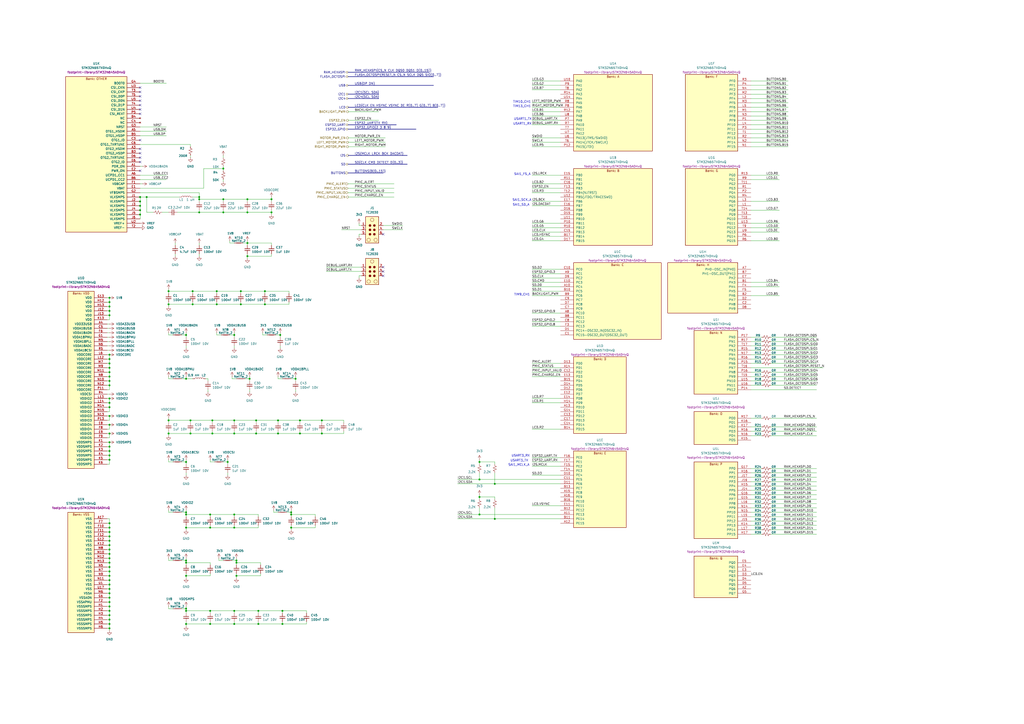
<source format=kicad_sch>
(kicad_sch (version 20250114) (generator "eeschema") (generator_version "9.0")
  (paper "A2")
  (text "SAI1_MCLK_A" (at 300.99 269.748 0) (effects (font (size 1.27 1.27))))
  (text "USART3_RX" (at 302.006 264.414 0) (effects (font (size 1.27 1.27))))
  (text "USART3_TX" (at 301.244 267.208 0) (effects (font (size 1.27 1.27))))
  (text "TIM13_CH1" (at 302.768 61.722 0) (effects (font (size 1.27 1.27))))
  (text "TIM10_CH1" (at 302.768 59.182 0) (effects (font (size 1.27 1.27))))
  (text "SAI1_SD_A" (at 302.26 118.872 0) (effects (font (size 1.27 1.27))))
  (text "USART1_RX" (at 303.022 71.882 0) (effects (font (size 1.27 1.27))))
  (text "SAI1_SCK_A" (at 302.768 116.078 0) (effects (font (size 1.27 1.27))))
  (text "TIM9_CH1" (at 302.768 170.942 0) (effects (font (size 1.27 1.27))))
  (text "SAI1_FS_A" (at 303.022 101.092 0) (effects (font (size 1.27 1.27))))
  (text "USART1_TX" (at 303.276 69.088 0) (effects (font (size 1.27 1.27))))
  (junction (at 168.91 297.18))
  (junction (at 63.5 210.82))
  (junction (at 278.13 288.29))
  (junction (at 173.99 251.46))
  (junction (at 135.89 298.45))
  (junction (at 63.5 215.9))
  (junction (at 129.54 123.19))
  (junction (at 287.02 300.99))
  (junction (at 107.95 353.06))
  (junction (at 186.69 251.46))
  (junction (at 81.28 116.84))
  (junction (at 63.5 361.95))
  (junction (at 63.5 246.38))
  (junction (at 125.73 176.53))
  (junction (at 121.92 306.07))
  (junction (at 110.49 251.46))
  (junction (at 135.89 306.07))
  (junction (at 121.92 354.33))
  (junction (at 121.92 361.95))
  (junction (at 63.5 233.68))
  (junction (at 63.5 318.77))
  (junction (at 137.16 326.39))
  (junction (at 63.5 175.26))
  (junction (at 63.5 259.08))
  (junction (at 149.86 354.33))
  (junction (at 107.95 326.39))
  (junction (at 287.02 280.67))
  (junction (at 107.95 267.97))
  (junction (at 278.13 298.45))
  (junction (at 135.89 354.33))
  (junction (at 63.5 344.17))
  (junction (at 143.51 148.59))
  (junction (at 111.76 168.91))
  (junction (at 97.79 168.91))
  (junction (at 63.5 326.39))
  (junction (at 129.54 115.57))
  (junction (at 132.08 267.97))
  (junction (at 63.5 208.28))
  (junction (at 137.16 334.01))
  (junction (at 63.5 364.49))
  (junction (at 63.5 316.23))
  (junction (at 63.5 213.36))
  (junction (at 107.95 306.07))
  (junction (at 81.28 124.46))
  (junction (at 125.73 168.91))
  (junction (at 115.57 114.3))
  (junction (at 149.86 361.95))
  (junction (at 63.5 172.72))
  (junction (at 63.5 251.46))
  (junction (at 63.5 180.34))
  (junction (at 63.5 261.62))
  (junction (at 81.28 121.92))
  (junction (at 63.5 354.33))
  (junction (at 129.54 97.79))
  (junction (at 168.91 306.07))
  (junction (at 171.45 219.71))
  (junction (at 63.5 321.31))
  (junction (at 63.5 359.41))
  (junction (at 63.5 177.8))
  (junction (at 111.76 176.53))
  (junction (at 107.95 298.45))
  (junction (at 63.5 256.54))
  (junction (at 143.51 140.97))
  (junction (at 63.5 266.7))
  (junction (at 168.91 298.45))
  (junction (at 115.57 123.19))
  (junction (at 107.95 354.33))
  (junction (at 63.5 346.71))
  (junction (at 144.78 219.71))
  (junction (at 97.79 251.46))
  (junction (at 115.57 115.57))
  (junction (at 153.67 168.91))
  (junction (at 85.09 114.3))
  (junction (at 97.79 176.53))
  (junction (at 63.5 205.74))
  (junction (at 278.13 267.97))
  (junction (at 135.89 251.46))
  (junction (at 81.28 114.3))
  (junction (at 63.5 306.07))
  (junction (at 63.5 236.22))
  (junction (at 135.89 194.31))
  (junction (at 163.83 361.95))
  (junction (at 157.48 115.57))
  (junction (at 63.5 303.53))
  (junction (at 107.95 297.18))
  (junction (at 135.89 361.95))
  (junction (at 63.5 351.79))
  (junction (at 63.5 328.93))
  (junction (at 63.5 313.69))
  (junction (at 97.79 243.84))
  (junction (at 278.13 278.13))
  (junction (at 63.5 220.98))
  (junction (at 153.67 176.53))
  (junction (at 137.16 325.12))
  (junction (at 121.92 298.45))
  (junction (at 139.7 168.91))
  (junction (at 107.95 325.12))
  (junction (at 143.51 123.19))
  (junction (at 143.51 115.57))
  (junction (at 123.19 251.46))
  (junction (at 63.5 218.44))
  (junction (at 186.69 243.84))
  (junction (at 162.56 194.31))
  (junction (at 107.95 334.01))
  (junction (at 63.5 323.85))
  (junction (at 135.89 243.84))
  (junction (at 63.5 356.87))
  (junction (at 63.5 308.61))
  (junction (at 157.48 123.19))
  (junction (at 63.5 341.63))
  (junction (at 173.99 243.84))
  (junction (at 63.5 223.52))
  (junction (at 63.5 264.16))
  (junction (at 63.5 339.09))
  (junction (at 63.5 334.01))
  (junction (at 163.83 354.33))
  (junction (at 148.59 243.84))
  (junction (at 107.95 219.71))
  (junction (at 139.7 176.53))
  (junction (at 81.28 119.38))
  (junction (at 63.5 349.25))
  (junction (at 161.29 251.46))
  (junction (at 63.5 231.14))
  (junction (at 123.19 243.84))
  (junction (at 63.5 182.88))
  (junction (at 148.59 251.46))
  (junction (at 63.5 311.15))
  (junction (at 63.5 336.55))
  (junction (at 107.95 194.31))
  (junction (at 63.5 331.47))
  (junction (at 161.29 243.84))
  (junction (at 63.5 241.3))
  (junction (at 110.49 243.84))
  (junction (at 107.95 361.95))
  (no_connect (at 81.28 81.28))
  (no_connect (at 222.25 160.02))
  (no_connect (at 81.28 86.36))
  (no_connect (at 81.28 58.42))
  (no_connect (at 222.25 154.94))
  (no_connect (at 81.28 50.8))
  (no_connect (at 81.28 93.98))
  (no_connect (at 222.25 135.89))
  (no_connect (at 81.28 60.96))
  (no_connect (at 81.28 91.44))
  (no_connect (at 81.28 88.9))
  (no_connect (at 81.28 53.34))
  (no_connect (at 81.28 55.88))
  (no_connect (at 81.28 63.5))
  (no_connect (at 222.25 157.48))
  (no_connect (at 81.28 99.06))
  (no_connect (at 81.28 66.04))
  (wire (pts (xy 125.73 194.31) (xy 128.27 194.31)))
  (wire (pts (xy 166.37 297.18) (xy 168.91 297.18)))
  (wire (pts (xy 139.7 170.18) (xy 139.7 168.91)))
  (wire (pts (xy 149.86 354.33) (xy 163.83 354.33)))
  (wire (pts (xy 62.23 195.58) (xy 63.5 195.58)))
  (bus (pts (xy 201.93 54.61) (xy 219.71 54.61)))
  (wire (pts (xy 168.91 306.07) (xy 168.91 304.8)))
  (wire (pts (xy 63.5 311.15) (xy 62.23 311.15)))
  (wire (pts (xy 308.61 101.6) (xy 325.12 101.6)))
  (wire (pts (xy 135.89 306.07) (xy 149.86 306.07)))
  (wire (pts (xy 287.02 300.99) (xy 325.12 300.99)))
  (wire (pts (xy 142.24 219.71) (xy 144.78 219.71)))
  (wire (pts (xy 144.78 219.71) (xy 144.78 220.98)))
  (wire (pts (xy 308.61 181.61) (xy 325.12 181.61)))
  (bus (pts (xy 201.93 62.23) (xy 254 62.23)))
  (wire (pts (xy 63.5 344.17) (xy 62.23 344.17)))
  (wire (pts (xy 133.35 139.7) (xy 133.35 140.97)))
  (wire (pts (xy 81.28 119.38) (xy 81.28 121.92)))
  (wire (pts (xy 435.61 304.8) (xy 441.96 304.8)))
  (wire (pts (xy 447.04 292.1) (xy 473.71 292.1)))
  (wire (pts (xy 121.92 361.95) (xy 135.89 361.95)))
  (wire (pts (xy 162.56 194.31) (xy 162.56 195.58)))
  (wire (pts (xy 435.61 69.85) (xy 457.2 69.85)))
  (wire (pts (xy 63.5 241.3) (xy 63.5 243.84)))
  (wire (pts (xy 105.41 297.18) (xy 107.95 297.18)))
  (wire (pts (xy 162.56 200.66) (xy 162.56 201.93)))
  (wire (pts (xy 435.61 218.44) (xy 441.96 218.44)))
  (wire (pts (xy 143.51 140.97) (xy 157.48 140.97)))
  (wire (pts (xy 447.04 281.94) (xy 473.71 281.94)))
  (wire (pts (xy 63.5 220.98) (xy 63.5 218.44)))
  (wire (pts (xy 111.76 176.53) (xy 111.76 175.26)))
  (wire (pts (xy 435.61 299.72) (xy 441.96 299.72)))
  (wire (pts (xy 63.5 328.93) (xy 63.5 331.47)))
  (bus (pts (xy 201.93 44.45) (xy 251.46 44.45)))
  (wire (pts (xy 63.5 213.36) (xy 63.5 210.82)))
  (wire (pts (xy 123.19 243.84) (xy 123.19 245.11)))
  (wire (pts (xy 63.5 180.34) (xy 62.23 180.34)))
  (wire (pts (xy 63.5 172.72) (xy 62.23 172.72)))
  (wire (pts (xy 435.61 116.84) (xy 452.12 116.84)))
  (wire (pts (xy 137.16 335.28) (xy 137.16 334.01)))
  (wire (pts (xy 63.5 177.8) (xy 63.5 180.34)))
  (wire (pts (xy 161.29 243.84) (xy 161.29 245.11)))
  (wire (pts (xy 107.95 354.33) (xy 121.92 354.33)))
  (wire (pts (xy 63.5 300.99) (xy 63.5 303.53)))
  (wire (pts (xy 63.5 210.82) (xy 63.5 208.28)))
  (wire (pts (xy 82.55 96.52) (xy 81.28 96.52)))
  (wire (pts (xy 63.5 308.61) (xy 63.5 311.15)))
  (wire (pts (xy 107.95 351.79) (xy 107.95 353.06)))
  (wire (pts (xy 81.28 116.84) (xy 81.28 119.38)))
  (wire (pts (xy 308.61 139.7) (xy 325.12 139.7)))
  (wire (pts (xy 121.92 354.33) (xy 121.92 355.6)))
  (wire (pts (xy 135.89 243.84) (xy 148.59 243.84)))
  (wire (pts (xy 62.23 200.66) (xy 63.5 200.66)))
  (wire (pts (xy 308.61 132.08) (xy 325.12 132.08)))
  (wire (pts (xy 308.61 106.68) (xy 325.12 106.68)))
  (wire (pts (xy 435.61 276.86) (xy 441.96 276.86)))
  (wire (pts (xy 435.61 307.34) (xy 441.96 307.34)))
  (wire (pts (xy 63.5 233.68) (xy 63.5 236.22)))
  (wire (pts (xy 121.92 354.33) (xy 135.89 354.33)))
  (wire (pts (xy 81.28 78.74) (xy 96.52 78.74)))
  (wire (pts (xy 63.5 331.47) (xy 63.5 334.01)))
  (wire (pts (xy 208.28 135.89) (xy 208.28 137.16)))
  (wire (pts (xy 168.91 307.34) (xy 168.91 306.07)))
  (wire (pts (xy 63.5 313.69) (xy 62.23 313.69)))
  (wire (pts (xy 97.79 353.06) (xy 100.33 353.06)))
  (wire (pts (xy 308.61 275.59) (xy 325.12 275.59)))
  (wire (pts (xy 107.95 354.33) (xy 107.95 355.6)))
  (wire (pts (xy 447.04 299.72) (xy 473.71 299.72)))
  (wire (pts (xy 143.51 149.86) (xy 143.51 148.59)))
  (wire (pts (xy 435.61 166.37) (xy 452.12 166.37)))
  (wire (pts (xy 107.95 326.39) (xy 121.92 326.39)))
  (wire (pts (xy 158.75 297.18) (xy 161.29 297.18)))
  (wire (pts (xy 447.04 304.8) (xy 473.71 304.8)))
  (wire (pts (xy 308.61 265.43) (xy 325.12 265.43)))
  (wire (pts (xy 287.02 274.32) (xy 287.02 280.67)))
  (wire (pts (xy 435.61 134.62) (xy 452.12 134.62)))
  (wire (pts (xy 127 325.12) (xy 129.54 325.12)))
  (wire (pts (xy 143.51 147.32) (xy 143.51 148.59)))
  (wire (pts (xy 62.23 356.87) (xy 63.5 356.87)))
  (wire (pts (xy 62.23 361.95) (xy 63.5 361.95)))
  (wire (pts (xy 201.93 82.55) (xy 223.52 82.55)))
  (wire (pts (xy 308.61 85.09) (xy 325.12 85.09)))
  (wire (pts (xy 115.57 147.32) (xy 115.57 148.59)))
  (wire (pts (xy 63.5 172.72) (xy 63.5 175.26)))
  (wire (pts (xy 447.04 223.52) (xy 473.71 223.52)))
  (wire (pts (xy 132.08 274.32) (xy 132.08 275.59)))
  (wire (pts (xy 265.43 300.99) (xy 287.02 300.99)))
  (wire (pts (xy 110.49 243.84) (xy 110.49 245.11)))
  (wire (pts (xy 308.61 248.92) (xy 325.12 248.92)))
  (wire (pts (xy 107.95 361.95) (xy 107.95 360.68)))
  (wire (pts (xy 135.89 298.45) (xy 149.86 298.45)))
  (wire (pts (xy 308.61 64.77) (xy 325.12 64.77)))
  (wire (pts (xy 308.61 156.21) (xy 325.12 156.21)))
  (wire (pts (xy 161.29 218.44) (xy 161.29 219.71)))
  (wire (pts (xy 121.92 306.07) (xy 135.89 306.07)))
  (wire (pts (xy 199.39 243.84) (xy 199.39 245.11)))
  (wire (pts (xy 447.04 200.66) (xy 473.71 200.66)))
  (wire (pts (xy 63.5 361.95) (xy 63.5 364.49)))
  (wire (pts (xy 81.28 76.2) (xy 96.52 76.2)))
  (wire (pts (xy 63.5 210.82) (xy 62.23 210.82)))
  (wire (pts (xy 121.92 266.7) (xy 121.92 267.97)))
  (wire (pts (xy 63.5 215.9) (xy 62.23 215.9)))
  (wire (pts (xy 97.79 297.18) (xy 100.33 297.18)))
  (wire (pts (xy 110.49 83.82) (xy 110.49 85.09)))
  (wire (pts (xy 111.76 170.18) (xy 111.76 168.91)))
  (wire (pts (xy 137.16 326.39) (xy 151.13 326.39)))
  (wire (pts (xy 137.16 334.01) (xy 151.13 334.01)))
  (wire (pts (xy 62.23 203.2) (xy 63.5 203.2)))
  (wire (pts (xy 151.13 334.01) (xy 151.13 332.74)))
  (wire (pts (xy 97.79 167.64) (xy 97.79 168.91)))
  (wire (pts (xy 447.04 198.12) (xy 473.71 198.12)))
  (wire (pts (xy 63.5 331.47) (xy 62.23 331.47)))
  (wire (pts (xy 435.61 297.18) (xy 441.96 297.18)))
  (wire (pts (xy 447.04 294.64) (xy 473.71 294.64)))
  (wire (pts (xy 107.95 307.34) (xy 107.95 306.07)))
  (wire (pts (xy 63.5 223.52) (xy 62.23 223.52)))
  (wire (pts (xy 167.64 170.18) (xy 167.64 168.91)))
  (wire (pts (xy 308.61 82.55) (xy 325.12 82.55)))
  (wire (pts (xy 63.5 223.52) (xy 63.5 220.98)))
  (wire (pts (xy 134.62 325.12) (xy 137.16 325.12)))
  (wire (pts (xy 208.28 129.54) (xy 208.28 130.81)))
  (wire (pts (xy 129.54 115.57) (xy 143.51 115.57)))
  (wire (pts (xy 308.61 62.23) (xy 325.12 62.23)))
  (wire (pts (xy 63.5 313.69) (xy 63.5 316.23)))
  (wire (pts (xy 308.61 111.76) (xy 325.12 111.76)))
  (wire (pts (xy 63.5 251.46) (xy 63.5 254)))
  (wire (pts (xy 435.61 279.4) (xy 441.96 279.4)))
  (wire (pts (xy 63.5 266.7) (xy 62.23 266.7)))
  (wire (pts (xy 278.13 278.13) (xy 325.12 278.13)))
  (wire (pts (xy 129.54 90.17) (xy 129.54 91.44)))
  (wire (pts (xy 81.28 73.66) (xy 96.52 73.66)))
  (wire (pts (xy 123.19 243.84) (xy 135.89 243.84)))
  (wire (pts (xy 435.61 54.61) (xy 457.2 54.61)))
  (wire (pts (xy 435.61 284.48) (xy 441.96 284.48)))
  (wire (pts (xy 63.5 321.31) (xy 62.23 321.31)))
  (wire (pts (xy 189.23 157.48) (xy 209.55 157.48)))
  (wire (pts (xy 107.95 325.12) (xy 107.95 326.39)))
  (wire (pts (xy 139.7 176.53) (xy 153.67 176.53)))
  (wire (pts (xy 62.23 198.12) (xy 63.5 198.12)))
  (wire (pts (xy 81.28 124.46) (xy 81.28 127)))
  (wire (pts (xy 101.6 147.32) (xy 101.6 148.59)))
  (wire (pts (xy 107.95 335.28) (xy 107.95 334.01)))
  (wire (pts (xy 97.79 242.57) (xy 97.79 243.84)))
  (wire (pts (xy 435.61 213.36) (xy 477.52 213.36)))
  (wire (pts (xy 63.5 326.39) (xy 62.23 326.39)))
  (wire (pts (xy 63.5 339.09) (xy 62.23 339.09)))
  (wire (pts (xy 265.43 278.13) (xy 278.13 278.13)))
  (wire (pts (xy 110.49 251.46) (xy 110.49 250.19)))
  (wire (pts (xy 62.23 359.41) (xy 63.5 359.41)))
  (wire (pts (xy 208.28 130.81) (xy 209.55 130.81)))
  (wire (pts (xy 447.04 284.48) (xy 473.71 284.48)))
  (wire (pts (xy 105.41 219.71) (xy 107.95 219.71)))
  (wire (pts (xy 62.23 228.6) (xy 63.5 228.6)))
  (wire (pts (xy 168.91 306.07) (xy 182.88 306.07)))
  (wire (pts (xy 105.41 267.97) (xy 107.95 267.97)))
  (wire (pts (xy 148.59 243.84) (xy 161.29 243.84)))
  (wire (pts (xy 81.28 48.26) (xy 96.52 48.26)))
  (wire (pts (xy 125.73 176.53) (xy 139.7 176.53)))
  (wire (pts (xy 308.61 215.9) (xy 325.12 215.9)))
  (wire (pts (xy 97.79 218.44) (xy 97.79 219.71)))
  (wire (pts (xy 135.89 354.33) (xy 135.89 355.6)))
  (wire (pts (xy 168.91 298.45) (xy 168.91 299.72)))
  (wire (pts (xy 158.75 295.91) (xy 158.75 297.18)))
  (wire (pts (xy 107.95 266.7) (xy 107.95 267.97)))
  (wire (pts (xy 97.79 193.04) (xy 97.79 194.31)))
  (wire (pts (xy 435.61 85.09) (xy 457.2 85.09)))
  (wire (pts (xy 97.79 266.7) (xy 97.79 267.97)))
  (wire (pts (xy 447.04 274.32) (xy 473.71 274.32)))
  (wire (pts (xy 151.13 326.39) (xy 151.13 327.66)))
  (wire (pts (xy 435.61 46.99) (xy 457.2 46.99)))
  (wire (pts (xy 135.89 193.04) (xy 135.89 194.31)))
  (wire (pts (xy 63.5 316.23) (xy 62.23 316.23)))
  (wire (pts (xy 62.23 354.33) (xy 63.5 354.33)))
  (wire (pts (xy 63.5 334.01) (xy 63.5 336.55)))
  (wire (pts (xy 125.73 176.53) (xy 125.73 175.26)))
  (wire (pts (xy 135.89 200.66) (xy 135.89 201.93)))
  (wire (pts (xy 447.04 307.34) (xy 473.71 307.34)))
  (wire (pts (xy 107.95 334.01) (xy 121.92 334.01)))
  (wire (pts (xy 209.55 135.89) (xy 208.28 135.89)))
  (wire (pts (xy 435.61 252.73) (xy 441.96 252.73)))
  (wire (pts (xy 97.79 176.53) (xy 97.79 175.26)))
  (wire (pts (xy 435.61 77.47) (xy 457.2 77.47)))
  (bus (pts (xy 201.93 100.33) (xy 222.25 100.33)))
  (wire (pts (xy 97.79 219.71) (xy 100.33 219.71)))
  (wire (pts (xy 157.48 115.57) (xy 157.48 116.84)))
  (wire (pts (xy 118.11 97.79) (xy 129.54 97.79)))
  (wire (pts (xy 135.89 361.95) (xy 149.86 361.95)))
  (wire (pts (xy 308.61 231.14) (xy 325.12 231.14)))
  (wire (pts (xy 63.5 339.09) (xy 63.5 341.63)))
  (wire (pts (xy 63.5 220.98) (xy 62.23 220.98)))
  (wire (pts (xy 63.5 241.3) (xy 62.23 241.3)))
  (wire (pts (xy 435.61 139.7) (xy 452.12 139.7)))
  (wire (pts (xy 435.61 72.39) (xy 457.2 72.39)))
  (wire (pts (xy 63.5 344.17) (xy 63.5 346.71)))
  (wire (pts (xy 447.04 218.44) (xy 473.71 218.44)))
  (wire (pts (xy 97.79 243.84) (xy 97.79 245.11)))
  (wire (pts (xy 447.04 289.56) (xy 473.71 289.56)))
  (wire (pts (xy 435.61 287.02) (xy 441.96 287.02)))
  (wire (pts (xy 168.91 297.18) (xy 168.91 298.45)))
  (wire (pts (xy 81.28 101.6) (xy 96.52 101.6)))
  (wire (pts (xy 107.95 193.04) (xy 107.95 194.31)))
  (wire (pts (xy 107.95 323.85) (xy 107.95 325.12)))
  (wire (pts (xy 63.5 346.71) (xy 63.5 349.25)))
  (wire (pts (xy 129.54 96.52) (xy 129.54 97.79)))
  (wire (pts (xy 435.61 247.65) (xy 441.96 247.65)))
  (wire (pts (xy 120.65 227.33) (xy 120.65 226.06)))
  (wire (pts (xy 182.88 306.07) (xy 182.88 304.8)))
  (wire (pts (xy 107.95 306.07) (xy 107.95 304.8)))
  (wire (pts (xy 97.79 325.12) (xy 100.33 325.12)))
  (wire (pts (xy 81.28 111.76) (xy 115.57 111.76)))
  (wire (pts (xy 435.61 67.31) (xy 457.2 67.31)))
  (wire (pts (xy 201.93 106.68) (xy 228.6 106.68)))
  (wire (pts (xy 435.61 223.52) (xy 441.96 223.52)))
  (wire (pts (xy 107.95 297.18) (xy 107.95 298.45)))
  (wire (pts (xy 435.61 121.92) (xy 452.12 121.92)))
  (wire (pts (xy 115.57 111.76) (xy 115.57 114.3)))
  (wire (pts (xy 308.61 293.37) (xy 325.12 293.37)))
  (wire (pts (xy 137.16 325.12) (xy 137.16 326.39)))
  (wire (pts (xy 447.04 220.98) (xy 473.71 220.98)))
  (wire (pts (xy 153.67 168.91) (xy 167.64 168.91)))
  (wire (pts (xy 447.04 252.73) (xy 473.71 252.73)))
  (wire (pts (xy 435.61 205.74) (xy 441.96 205.74)))
  (wire (pts (xy 63.5 182.88) (xy 63.5 185.42)))
  (wire (pts (xy 447.04 279.4) (xy 473.71 279.4)))
  (wire (pts (xy 201.93 64.77) (xy 219.71 64.77)))
  (wire (pts (xy 97.79 351.79) (xy 97.79 353.06)))
  (wire (pts (xy 107.95 353.06) (xy 107.95 354.33)))
  (wire (pts (xy 63.5 208.28) (xy 62.23 208.28)))
  (wire (pts (xy 435.61 309.88) (xy 441.96 309.88)))
  (wire (pts (xy 447.04 210.82) (xy 473.71 210.82)))
  (wire (pts (xy 308.61 109.22) (xy 325.12 109.22)))
  (wire (pts (xy 63.5 205.74) (xy 62.23 205.74)))
  (wire (pts (xy 308.61 46.99) (xy 325.12 46.99)))
  (wire (pts (xy 308.61 59.69) (xy 325.12 59.69)))
  (wire (pts (xy 139.7 168.91) (xy 153.67 168.91)))
  (wire (pts (xy 435.61 74.93) (xy 457.2 74.93)))
  (wire (pts (xy 63.5 251.46) (xy 62.23 251.46)))
  (wire (pts (xy 171.45 219.71) (xy 171.45 220.98)))
  (wire (pts (xy 435.61 80.01) (xy 457.2 80.01)))
  (wire (pts (xy 107.95 194.31) (xy 107.95 195.58)))
  (wire (pts (xy 81.28 104.14) (xy 96.52 104.14)))
  (wire (pts (xy 447.04 205.74) (xy 473.71 205.74)))
  (wire (pts (xy 97.79 168.91) (xy 111.76 168.91)))
  (wire (pts (xy 435.61 289.56) (xy 441.96 289.56)))
  (wire (pts (xy 163.83 354.33) (xy 163.83 355.6)))
  (wire (pts (xy 115.57 140.97) (xy 115.57 142.24)))
  (wire (pts (xy 81.28 114.3) (xy 85.09 114.3)))
  (wire (pts (xy 308.61 163.83) (xy 325.12 163.83)))
  (wire (pts (xy 63.5 328.93) (xy 62.23 328.93)))
  (wire (pts (xy 111.76 176.53) (xy 125.73 176.53)))
  (wire (pts (xy 105.41 194.31) (xy 107.95 194.31)))
  (wire (pts (xy 107.95 298.45) (xy 107.95 299.72)))
  (wire (pts (xy 129.54 267.97) (xy 132.08 267.97)))
  (wire (pts (xy 63.5 266.7) (xy 63.5 269.24)))
  (wire (pts (xy 435.61 52.07) (xy 457.2 52.07)))
  (wire (pts (xy 121.92 298.45) (xy 135.89 298.45)))
  (wire (pts (xy 222.25 130.81) (xy 233.68 130.81)))
  (wire (pts (xy 135.89 304.8) (xy 135.89 306.07)))
  (wire (pts (xy 107.95 334.01) (xy 107.95 332.74)))
  (wire (pts (xy 278.13 266.7) (xy 278.13 267.97)))
  (wire (pts (xy 93.98 123.19) (xy 97.79 123.19)))
  (wire (pts (xy 189.23 154.94) (xy 209.55 154.94)))
  (wire (pts (xy 435.61 226.06) (xy 473.71 226.06)))
  (wire (pts (xy 63.5 264.16) (xy 62.23 264.16)))
  (wire (pts (xy 177.8 361.95) (xy 177.8 360.68)))
  (wire (pts (xy 81.28 83.82) (xy 110.49 83.82)))
  (wire (pts (xy 107.95 219.71) (xy 107.95 218.44)))
  (wire (pts (xy 186.69 251.46) (xy 199.39 251.46)))
  (wire (pts (xy 143.51 140.97) (xy 143.51 142.24)))
  (wire (pts (xy 278.13 267.97) (xy 287.02 267.97)))
  (wire (pts (xy 308.61 158.75) (xy 325.12 158.75)))
  (wire (pts (xy 97.79 251.46) (xy 97.79 250.19)))
  (wire (pts (xy 308.61 129.54) (xy 325.12 129.54)))
  (wire (pts (xy 173.99 243.84) (xy 186.69 243.84)))
  (wire (pts (xy 157.48 148.59) (xy 157.48 147.32)))
  (wire (pts (xy 201.93 114.3) (xy 228.6 114.3)))
  (wire (pts (xy 308.61 72.39) (xy 325.12 72.39)))
  (wire (pts (xy 97.79 243.84) (xy 110.49 243.84)))
  (wire (pts (xy 101.6 140.97) (xy 101.6 142.24)))
  (wire (pts (xy 143.51 148.59) (xy 157.48 148.59)))
  (wire (pts (xy 161.29 251.46) (xy 173.99 251.46)))
  (wire (pts (xy 62.23 190.5) (xy 63.5 190.5)))
  (wire (pts (xy 447.04 250.19) (xy 473.71 250.19)))
  (wire (pts (xy 97.79 177.8) (xy 97.79 176.53)))
  (wire (pts (xy 63.5 187.96) (xy 62.23 187.96)))
  (wire (pts (xy 63.5 233.68) (xy 62.23 233.68)))
  (wire (pts (xy 157.48 114.3) (xy 157.48 115.57)))
  (wire (pts (xy 447.04 302.26) (xy 473.71 302.26)))
  (wire (pts (xy 125.73 168.91) (xy 139.7 168.91)))
  (wire (pts (xy 435.61 62.23) (xy 457.2 62.23)))
  (wire (pts (xy 308.61 210.82) (xy 325.12 210.82)))
  (wire (pts (xy 143.51 139.7) (xy 143.51 140.97)))
  (wire (pts (xy 115.57 115.57) (xy 115.57 114.3)))
  (wire (pts (xy 447.04 195.58) (xy 473.71 195.58)))
  (wire (pts (xy 447.04 271.78) (xy 473.71 271.78)))
  (wire (pts (xy 135.89 298.45) (xy 135.89 299.72)))
  (wire (pts (xy 63.5 336.55) (xy 63.5 339.09)))
  (wire (pts (xy 63.5 256.54) (xy 63.5 259.08)))
  (wire (pts (xy 209.55 160.02) (xy 208.28 160.02)))
  (wire (pts (xy 97.79 251.46) (xy 110.49 251.46)))
  (wire (pts (xy 148.59 251.46) (xy 148.59 250.19)))
  (wire (pts (xy 63.5 300.99) (xy 62.23 300.99)))
  (wire (pts (xy 102.87 123.19) (xy 115.57 123.19)))
  (wire (pts (xy 129.54 104.14) (xy 129.54 105.41)))
  (wire (pts (xy 107.95 363.22) (xy 107.95 361.95)))
  (wire (pts (xy 447.04 276.86) (xy 473.71 276.86)))
  (wire (pts (xy 121.92 306.07) (xy 121.92 304.8)))
  (wire (pts (xy 149.86 354.33) (xy 149.86 355.6)))
  (wire (pts (xy 121.92 326.39) (xy 121.92 327.66)))
  (wire (pts (xy 97.79 267.97) (xy 100.33 267.97)))
  (wire (pts (xy 63.5 365.76) (xy 63.5 364.49)))
  (wire (pts (xy 435.61 271.78) (xy 441.96 271.78)))
  (wire (pts (xy 63.5 318.77) (xy 62.23 318.77)))
  (wire (pts (xy 137.16 334.01) (xy 137.16 332.74)))
  (wire (pts (xy 63.5 218.44) (xy 63.5 215.9)))
  (wire (pts (xy 63.5 248.92) (xy 62.23 248.92)))
  (wire (pts (xy 63.5 259.08) (xy 63.5 261.62)))
  (wire (pts (xy 63.5 246.38) (xy 63.5 248.92)))
  (bus (pts (xy 201.93 74.93) (xy 241.3 74.93)))
  (wire (pts (xy 201.93 111.76) (xy 228.6 111.76)))
  (wire (pts (xy 63.5 303.53) (xy 63.5 306.07)))
  (wire (pts (xy 140.97 140.97) (xy 143.51 140.97)))
  (wire (pts (xy 435.61 220.98) (xy 441.96 220.98)))
  (wire (pts (xy 63.5 175.26) (xy 63.5 177.8)))
  (wire (pts (xy 129.54 121.92) (xy 129.54 123.19)))
  (wire (pts (xy 308.61 119.38) (xy 325.12 119.38)))
  (wire (pts (xy 134.62 219.71) (xy 137.16 219.71)))
  (wire (pts (xy 167.64 176.53) (xy 167.64 175.26)))
  (wire (pts (xy 97.79 295.91) (xy 97.79 297.18)))
  (wire (pts (xy 435.61 171.45) (xy 452.12 171.45)))
  (wire (pts (xy 435.61 59.69) (xy 457.2 59.69)))
  (wire (pts (xy 63.5 349.25) (xy 62.23 349.25)))
  (wire (pts (xy 161.29 243.84) (xy 173.99 243.84)))
  (wire (pts (xy 63.5 346.71) (xy 62.23 346.71)))
  (wire (pts (xy 447.04 215.9) (xy 473.71 215.9)))
  (wire (pts (xy 186.69 243.84) (xy 186.69 245.11)))
  (wire (pts (xy 137.16 326.39) (xy 137.16 327.66)))
  (wire (pts (xy 308.61 218.44) (xy 325.12 218.44)))
  (wire (pts (xy 115.57 115.57) (xy 129.54 115.57)))
  (wire (pts (xy 308.61 52.07) (xy 325.12 52.07)))
  (wire (pts (xy 308.61 166.37) (xy 325.12 166.37)))
  (wire (pts (xy 435.61 200.66) (xy 441.96 200.66)))
  (wire (pts (xy 118.11 109.22) (xy 118.11 97.79)))
  (wire (pts (xy 125.73 193.04) (xy 125.73 194.31)))
  (wire (pts (xy 63.5 264.16) (xy 63.5 266.7)))
  (wire (pts (xy 447.04 247.65) (xy 473.71 247.65)))
  (wire (pts (xy 308.61 161.29) (xy 325.12 161.29)))
  (wire (pts (xy 63.5 261.62) (xy 62.23 261.62)))
  (wire (pts (xy 121.92 334.01) (xy 121.92 332.74)))
  (wire (pts (xy 149.86 361.95) (xy 163.83 361.95)))
  (wire (pts (xy 447.04 287.02) (xy 473.71 287.02)))
  (wire (pts (xy 110.49 243.84) (xy 123.19 243.84)))
  (wire (pts (xy 287.02 267.97) (xy 287.02 269.24)))
  (wire (pts (xy 149.86 361.95) (xy 149.86 360.68)))
  (wire (pts (xy 63.5 359.41) (xy 63.5 361.95)))
  (wire (pts (xy 265.43 280.67) (xy 287.02 280.67)))
  (wire (pts (xy 63.5 323.85) (xy 62.23 323.85)))
  (wire (pts (xy 173.99 251.46) (xy 173.99 250.19)))
  (wire (pts (xy 308.61 137.16) (xy 325.12 137.16)))
  (wire (pts (xy 171.45 218.44) (xy 171.45 219.71)))
  (bus (pts (xy 201.93 90.17) (xy 236.22 90.17)))
  (wire (pts (xy 135.89 243.84) (xy 135.89 245.11)))
  (wire (pts (xy 97.79 170.18) (xy 97.79 168.91)))
  (wire (pts (xy 308.61 49.53) (xy 325.12 49.53)))
  (wire (pts (xy 111.76 114.3) (xy 115.57 114.3)))
  (wire (pts (xy 287.02 294.64) (xy 287.02 300.99)))
  (wire (pts (xy 308.61 186.69) (xy 325.12 186.69)))
  (wire (pts (xy 63.5 180.34) (xy 63.5 182.88)))
  (wire (pts (xy 62.23 193.04) (xy 63.5 193.04)))
  (wire (pts (xy 308.61 171.45) (xy 325.12 171.45)))
  (wire (pts (xy 157.48 124.46) (xy 157.48 123.19)))
  (wire (pts (xy 278.13 267.97) (xy 278.13 269.24)))
  (wire (pts (xy 201.93 69.85) (xy 219.71 69.85)))
  (wire (pts (xy 63.5 334.01) (xy 62.23 334.01)))
  (wire (pts (xy 133.35 140.97) (xy 135.89 140.97)))
  (wire (pts (xy 149.86 306.07) (xy 149.86 304.8)))
  (wire (pts (xy 63.5 226.06) (xy 63.5 223.52)))
  (wire (pts (xy 63.5 259.08) (xy 62.23 259.08)))
  (wire (pts (xy 157.48 123.19) (xy 143.51 123.19)))
  (wire (pts (xy 435.61 129.54) (xy 452.12 129.54)))
  (wire (pts (xy 143.51 115.57) (xy 157.48 115.57)))
  (wire (pts (xy 171.45 226.06) (xy 171.45 227.33)))
  (wire (pts (xy 222.25 133.35) (xy 233.68 133.35)))
  (wire (pts (xy 435.61 215.9) (xy 441.96 215.9)))
  (wire (pts (xy 182.88 298.45) (xy 182.88 299.72)))
  (wire (pts (xy 135.89 251.46) (xy 148.59 251.46)))
  (wire (pts (xy 435.61 104.14) (xy 452.12 104.14)))
  (wire (pts (xy 144.78 226.06) (xy 144.78 227.33)))
  (wire (pts (xy 123.19 251.46) (xy 123.19 250.19)))
  (wire (pts (xy 63.5 246.38) (xy 62.23 246.38)))
  (wire (pts (xy 435.61 198.12) (xy 441.96 198.12)))
  (wire (pts (xy 63.5 254) (xy 62.23 254)))
  (wire (pts (xy 163.83 360.68) (xy 163.83 361.95)))
  (wire (pts (xy 110.49 90.17) (xy 110.49 91.44)))
  (wire (pts (xy 97.79 251.46) (xy 97.79 252.73)))
  (wire (pts (xy 447.04 203.2) (xy 473.71 203.2)))
  (wire (pts (xy 107.95 306.07) (xy 121.92 306.07)))
  (wire (pts (xy 168.91 298.45) (xy 182.88 298.45)))
  (wire (pts (xy 121.92 298.45) (xy 121.92 299.72)))
  (wire (pts (xy 63.5 177.8) (xy 62.23 177.8)))
  (wire (pts (xy 63.5 349.25) (xy 63.5 351.79)))
  (wire (pts (xy 63.5 185.42) (xy 62.23 185.42)))
  (wire (pts (xy 63.5 341.63) (xy 63.5 344.17)))
  (wire (pts (xy 63.5 236.22) (xy 62.23 236.22)))
  (wire (pts (xy 63.5 311.15) (xy 63.5 313.69)))
  (wire (pts (xy 157.48 140.97) (xy 157.48 142.24)))
  (wire (pts (xy 63.5 256.54) (xy 62.23 256.54)))
  (wire (pts (xy 107.95 200.66) (xy 107.95 201.93)))
  (wire (pts (xy 129.54 97.79) (xy 129.54 99.06)))
  (wire (pts (xy 129.54 115.57) (xy 129.54 116.84)))
  (wire (pts (xy 63.5 321.31) (xy 63.5 323.85)))
  (wire (pts (xy 63.5 215.9) (xy 63.5 213.36)))
  (wire (pts (xy 134.62 218.44) (xy 134.62 219.71)))
  (wire (pts (xy 435.61 208.28) (xy 441.96 208.28)))
  (wire (pts (xy 186.69 251.46) (xy 186.69 250.19)))
  (wire (pts (xy 435.61 57.15) (xy 457.2 57.15)))
  (wire (pts (xy 278.13 287.02) (xy 278.13 288.29)))
  (wire (pts (xy 81.28 121.92) (xy 81.28 124.46)))
  (wire (pts (xy 63.5 354.33) (xy 63.5 356.87)))
  (wire (pts (xy 129.54 123.19) (xy 115.57 123.19)))
  (wire (pts (xy 63.5 261.62) (xy 63.5 264.16)))
  (wire (pts (xy 308.61 213.36) (xy 325.12 213.36)))
  (wire (pts (xy 447.04 242.57) (xy 473.71 242.57)))
  (wire (pts (xy 63.5 218.44) (xy 62.23 218.44)))
  (wire (pts (xy 160.02 194.31) (xy 162.56 194.31)))
  (wire (pts (xy 201.93 85.09) (xy 223.52 85.09)))
  (wire (pts (xy 152.4 194.31) (xy 154.94 194.31)))
  (bus (pts (xy 201.93 72.39) (xy 229.87 72.39)))
  (wire (pts (xy 132.08 267.97) (xy 132.08 269.24)))
  (wire (pts (xy 177.8 354.33) (xy 177.8 355.6)))
  (wire (pts (xy 81.28 114.3) (xy 81.28 116.84)))
  (wire (pts (xy 168.91 219.71) (xy 171.45 219.71)))
  (wire (pts (xy 435.61 281.94) (xy 441.96 281.94)))
  (wire (pts (xy 265.43 298.45) (xy 278.13 298.45)))
  (wire (pts (xy 63.5 306.07) (xy 62.23 306.07)))
  (wire (pts (xy 110.49 251.46) (xy 123.19 251.46)))
  (wire (pts (xy 198.12 133.35) (xy 209.55 133.35)))
  (wire (pts (xy 148.59 251.46) (xy 161.29 251.46)))
  (wire (pts (xy 111.76 168.91) (xy 125.73 168.91)))
  (wire (pts (xy 85.09 114.3) (xy 104.14 114.3)))
  (wire (pts (xy 115.57 116.84) (xy 115.57 115.57)))
  (wire (pts (xy 447.04 309.88) (xy 473.71 309.88)))
  (wire (pts (xy 308.61 116.84) (xy 325.12 116.84)))
  (wire (pts (xy 125.73 170.18) (xy 125.73 168.91)))
  (wire (pts (xy 63.5 341.63) (xy 62.23 341.63)))
  (wire (pts (xy 63.5 226.06) (xy 62.23 226.06)))
  (wire (pts (xy 435.61 210.82) (xy 441.96 210.82)))
  (wire (pts (xy 308.61 233.68) (xy 325.12 233.68)))
  (bus (pts (xy 201.93 57.15) (xy 219.71 57.15)))
  (wire (pts (xy 435.61 101.6) (xy 452.12 101.6)))
  (wire (pts (xy 123.19 251.46) (xy 135.89 251.46)))
  (wire (pts (xy 62.23 364.49) (xy 63.5 364.49)))
  (wire (pts (xy 97.79 176.53) (xy 111.76 176.53)))
  (wire (pts (xy 144.78 218.44) (xy 144.78 219.71)))
  (wire (pts (xy 63.5 238.76) (xy 62.23 238.76)))
  (wire (pts (xy 168.91 295.91) (xy 168.91 297.18)))
  (wire (pts (xy 435.61 163.83) (xy 452.12 163.83)))
  (wire (pts (xy 135.89 354.33) (xy 149.86 354.33)))
  (wire (pts (xy 163.83 361.95) (xy 177.8 361.95)))
  (wire (pts (xy 63.5 182.88) (xy 62.23 182.88)))
  (wire (pts (xy 119.38 219.71) (xy 120.65 219.71)))
  (wire (pts (xy 63.5 326.39) (xy 63.5 328.93)))
  (wire (pts (xy 435.61 302.26) (xy 441.96 302.26)))
  (wire (pts (xy 63.5 318.77) (xy 63.5 321.31)))
  (wire (pts (xy 148.59 243.84) (xy 148.59 245.11)))
  (wire (pts (xy 161.29 251.46) (xy 161.29 250.19)))
  (wire (pts (xy 186.69 243.84) (xy 199.39 243.84)))
  (wire (pts (xy 435.61 49.53) (xy 457.2 49.53)))
  (wire (pts (xy 63.5 308.61) (xy 62.23 308.61)))
  (wire (pts (xy 278.13 288.29) (xy 278.13 289.56)))
  (wire (pts (xy 63.5 175.26) (xy 62.23 175.26)))
  (wire (pts (xy 435.61 250.19) (xy 441.96 250.19)))
  (wire (pts (xy 107.95 295.91) (xy 107.95 297.18)))
  (wire (pts (xy 121.92 361.95) (xy 121.92 360.68)))
  (wire (pts (xy 127 323.85) (xy 127 325.12)))
  (wire (pts (xy 107.95 326.39) (xy 107.95 327.66)))
  (wire (pts (xy 201.93 109.22) (xy 228.6 109.22)))
  (wire (pts (xy 85.09 123.19) (xy 85.09 114.3)))
  (wire (pts (xy 63.5 236.22) (xy 63.5 238.76)))
  (wire (pts (xy 107.95 298.45) (xy 121.92 298.45)))
  (wire (pts (xy 435.61 294.64) (xy 441.96 294.64)))
  (wire (pts (xy 199.39 251.46) (xy 199.39 250.19)))
  (wire (pts (xy 63.5 231.14) (xy 62.23 231.14)))
  (wire (pts (xy 435.61 64.77) (xy 457.2 64.77)))
  (wire (pts (xy 153.67 170.18) (xy 153.67 168.91)))
  (wire (pts (xy 63.5 269.24) (xy 62.23 269.24)))
  (wire (pts (xy 435.61 292.1) (xy 441.96 292.1)))
  (wire (pts (xy 308.61 80.01) (xy 325.12 80.01)))
  (wire (pts (xy 137.16 323.85) (xy 137.16 325.12)))
  (wire (pts (xy 278.13 274.32) (xy 278.13 278.13)))
  (wire (pts (xy 97.79 194.31) (xy 100.33 194.31)))
  (wire (pts (xy 133.35 194.31) (xy 135.89 194.31)))
  (wire (pts (xy 107.95 274.32) (xy 107.95 275.59)))
  (wire (pts (xy 173.99 251.46) (xy 186.69 251.46)))
  (wire (pts (xy 63.5 351.79) (xy 63.5 354.33)))
  (wire (pts (xy 435.61 82.55) (xy 457.2 82.55)))
  (wire (pts (xy 139.7 176.53) (xy 139.7 175.26)))
  (wire (pts (xy 107.95 267.97) (xy 107.95 269.24)))
  (wire (pts (xy 97.79 323.85) (xy 97.79 325.12)))
  (wire (pts (xy 153.67 176.53) (xy 153.67 175.26)))
  (wire (pts (xy 135.89 360.68) (xy 135.89 361.95)))
  (wire (pts (xy 63.5 306.07) (xy 63.5 308.61)))
  (wire (pts (xy 435.61 195.58) (xy 441.96 195.58)))
  (wire (pts (xy 107.95 219.71) (xy 111.76 219.71)))
  (bus (pts (xy 201.93 41.91) (xy 248.92 41.91)))
  (wire (pts (xy 63.5 243.84) (xy 62.23 243.84)))
  (wire (pts (xy 208.28 160.02) (xy 208.28 161.29)))
  (wire (pts (xy 278.13 294.64) (xy 278.13 298.45)))
  (wire (pts (xy 135.89 251.46) (xy 135.89 250.19)))
  (wire (pts (xy 435.61 203.2) (xy 441.96 203.2)))
  (wire (pts (xy 278.13 288.29) (xy 287.02 288.29)))
  (wire (pts (xy 105.41 325.12) (xy 107.95 325.12)))
  (wire (pts (xy 115.57 123.19) (xy 115.57 121.92)))
  (wire (pts (xy 63.5 303.53) (xy 62.23 303.53)))
  (wire (pts (xy 201.93 80.01) (xy 223.52 80.01)))
  (bus (pts (xy 201.93 95.25) (xy 236.22 95.25)))
  (wire (pts (xy 143.51 115.57) (xy 143.51 116.84)))
  (wire (pts (xy 447.04 297.18) (xy 473.71 297.18)))
  (wire (pts (xy 163.83 354.33) (xy 177.8 354.33)))
  (wire (pts (xy 143.51 121.92) (xy 143.51 123.19)))
  (wire (pts (xy 435.61 132.08) (xy 452.12 132.08)))
  (wire (pts (xy 63.5 231.14) (xy 63.5 233.68)))
  (wire (pts (xy 287.02 280.67) (xy 325.12 280.67)))
  (wire (pts (xy 435.61 242.57) (xy 441.96 242.57)))
  (wire (pts (xy 88.9 123.19) (xy 85.09 123.19)))
  (bus (pts (xy 201.93 49.53) (xy 251.46 49.53)))
  (wire (pts (xy 149.86 298.45) (xy 149.86 299.72)))
  (wire (pts (xy 162.56 193.04) (xy 162.56 194.31)))
  (wire (pts (xy 308.61 134.62) (xy 325.12 134.62)))
  (wire (pts (xy 308.61 270.51) (xy 325.12 270.51)))
  (wire (pts (xy 63.5 213.36) (xy 62.23 213.36)))
  (wire (pts (xy 173.99 243.84) (xy 173.99 245.11)))
  (wire (pts (xy 63.5 336.55) (xy 62.23 336.55)))
  (wire (pts (xy 132.08 266.7) (xy 132.08 267.97)))
  (wire (pts (xy 308.61 189.23) (xy 325.12 189.23)))
  (wire (pts (xy 63.5 351.79) (xy 62.23 351.79)))
  (wire (pts (xy 308.61 168.91) (xy 325.12 168.91)))
  (wire (pts (xy 287.02 288.29) (xy 287.02 289.56)))
  (wire (pts (xy 63.5 208.28) (xy 63.5 205.74)))
  (wire (pts (xy 308.61 69.85) (xy 325.12 69.85)))
  (wire (pts (xy 153.67 176.53) (xy 167.64 176.53)))
  (wire (pts (xy 308.61 267.97) (xy 325.12 267.97)))
  (wire (pts (xy 152.4 193.04) (xy 152.4 194.31)))
  (wire (pts (xy 435.61 274.32) (xy 441.96 274.32)))
  (wire (pts (xy 308.61 67.31) (xy 325.12 67.31)))
  (wire (pts (xy 63.5 316.23) (xy 63.5 318.77)))
  (wire (pts (xy 157.48 121.92) (xy 157.48 123.19)))
  (wire (pts (xy 81.28 109.22) (xy 118.11 109.22)))
  (wire (pts (xy 447.04 208.28) (xy 473.71 208.28)))
  (wire (pts (xy 82.55 106.68) (xy 81.28 106.68)))
  (wire (pts (xy 143.51 123.19) (xy 129.54 123.19)))
  (wire (pts (xy 121.92 267.97) (xy 124.46 267.97)))
  (wire (pts (xy 105.41 353.06) (xy 107.95 353.06)))
  (wire (pts (xy 120.65 219.71) (xy 120.65 220.98)))
  (wire (pts (xy 63.5 356.87) (xy 63.5 359.41)))
  (wire (pts (xy 63.5 323.85) (xy 63.5 326.39)))
  (wire (pts (xy 107.95 361.95) (xy 121.92 361.95)))
  (wire (pts (xy 278.13 298.45) (xy 325.12 298.45)))
  (wire (pts (xy 161.29 219.71) (xy 163.83 219.71)))
  (wire (pts (xy 135.89 194.31) (xy 135.89 195.58)))
  (label "FLASH_OCTOSPI.SCLK" (at 454.66 210.82 0))
  (label "BUTTONS.B5" (at 444.5 59.69 0))
  (label "LCD.R2" (at 308.61 248.92 0))
  (label "BUTTONS.B7" (at 444.5 64.77 0))
  (label "RAM_HEXASPI.D2" (at 454.66 276.86 0))
  (label "RAM_HEXASPI.D13" (at 454.66 304.8 0))
  (label "LCD.G0" (at 444.5 132.08 0))
  (label "ESP32_EN" (at 308.61 109.22 0))
  (label "SD{CLK CMD DETECT D[0..3]}" (at 205.74 95.25 0))
  (label "PMIC_CHARGE_EN" (at 308.61 218.44 0))
  (label "BUTTONS.B14" (at 444.5 82.55 0))
  (label "I2C4.SDA" (at 265.43 300.99 0))
  (label "I2S.DACDAT" (at 308.61 119.38 0))
  (label "USB{DP DN}" (at 205.74 49.53 0))
  (label "ESP32_UART.RX" (at 308.61 267.97 0))
  (label "LCD.G7" (at 444.5 121.92 0))
  (label "FLASH_OCTOSPI.SIO2" (at 454.66 205.74 0))
  (label "PMIC_INPUT_VALID" (at 205.74 111.76 0))
  (label "LCD.B0" (at 444.5 139.7 0))
  (label "SWDIO" (at 308.61 80.01 0))
  (label "I2S{MCLK LRCK BCK DACDAT}" (at 205.74 90.17 0))
  (label "LCD.CLK" (at 308.61 134.62 0))
  (label "RIGHT_MOTOR_PWM" (at 205.74 85.09 0))
  (label "RAM_HEXASPI.D3" (at 454.66 279.4 0))
  (label "USB.DP" (at 88.9 78.74 0))
  (label "FLASH_OCTOSPI.SIO5" (at 454.66 218.44 0))
  (label "I2C1{SCL SDA}" (at 205.74 54.61 0))
  (label "NRST" (at 198.12 133.35 0))
  (label "SD.CMD" (at 308.61 163.83 0))
  (label "BUTTONS{B[0..15]}" (at 205.74 100.33 0))
  (label "LCD.EN" (at 435.61 334.01 0))
  (label "RAM_HEXASPI.D1" (at 454.66 274.32 0))
  (label "BUTTONS.B3" (at 444.5 54.61 0))
  (label "I2C4.SCL" (at 265.43 298.45 0))
  (label "RAM_HEXASPI.D5" (at 454.66 284.48 0))
  (label "PMIC_ALERT" (at 205.74 106.68 0))
  (label "RAM_HEXASPI.D11" (at 454.66 299.72 0))
  (label "BUTTONS.B15" (at 444.5 85.09 0))
  (label "RAM_HEXASPI.DQS1" (at 454.66 250.19 0))
  (label "ESP32_GPIO.8" (at 308.61 189.23 0))
  (label "PMIC_STATUS" (at 205.74 109.22 0))
  (label "RAM_HEXASPI.D10" (at 454.66 297.18 0))
  (label "LCD.B7" (at 308.61 52.07 0))
  (label "LCD.B3" (at 444.5 116.84 0))
  (label "SWCLK" (at 308.61 82.55 0))
  (label "LCD.B1" (at 308.61 64.77 0))
  (label "RIGHT_MOTOR_PWM" (at 308.61 62.23 0))
  (label "ESP32_UART{TX RX}" (at 205.74 72.39 0))
  (label "RAM_HEXASPI.D9" (at 454.66 294.64 0))
  (label "LCD.DE" (at 444.5 134.62 0))
  (label "RAM_HEXASPI.D15" (at 454.66 309.88 0))
  (label "FLASH_OCTOSPI{RESET_N CS_N SCLK DQS SIO[0..7]}" (at 205.74 44.45 0))
  (label "I2C1.SDA" (at 265.43 280.67 0))
  (label "LCD.B4" (at 444.5 163.83 0))
  (label "BUTTONS.B13" (at 444.5 80.01 0))
  (label "PMIC_INPUT_VALID" (at 308.61 215.9 0))
  (label "ESP32_GPIO{2 3 8 9}" (at 205.74 74.93 0))
  (label "BUTTONS.B2" (at 444.5 52.07 0))
  (label "RAM_HEXASPI{CS_N CLK DQS0 DQS1 D[0..15]}" (at 205.74 41.91 0))
  (label "ESP32_EN" (at 205.74 69.85 0))
  (label "SD.D1" (at 308.61 168.91 0))
  (label "RAM_HEXASPI.CLK" (at 454.66 252.73 0))
  (label "DEBUG_UART.RX" (at 189.23 154.94 0))
  (label "I2C4{SCL SDA}" (at 205.74 57.15 0))
  (label "FLASH_OCTOSPI.SIO3" (at 454.66 208.28 0))
  (label "LCD.R0" (at 444.5 101.6 0))
  (label "LCD.G4" (at 308.61 139.7 0))
  (label "BUTTONS.B10" (at 444.5 72.39 0))
  (label "MOTOR_PWR_EN" (at 205.74 80.01 0))
  (label "BACKLIGHT_PWM" (at 308.61 171.45 0))
  (label "LCD.R3" (at 308.61 111.76 0))
  (label "LCD.R6" (at 444.5 129.54 0))
  (label "I2C1.SCL" (at 265.43 278.13 0))
  (label "USB.DM" (at 88.9 76.2 0))
  (label "SD.DETECT" (at 454.66 226.06 0))
  (label "BUTTONS.B6" (at 444.5 62.23 0))
  (label "DEBUG_UART.RX" (at 308.61 72.39 0))
  (label "FLASH_OCTOSPI.RESET_N" (at 454.66 213.36 0))
  (label "RAM_HEXASPI.D8" (at 454.66 292.1 0))
  (label "RAM_HEXASPI.D14" (at 454.66 307.34 0))
  (label "BACKLIGHT_PWM" (at 205.74 64.77 0))
  (label "LEFT_MOTOR_PWM" (at 308.61 59.69 0))
  (label "NRST" (at 88.9 73.66 0))
  (label "FLASH_OCTOSPI.DQS" (at 454.66 195.58 0))
  (label "LCD.G1" (at 444.5 104.14 0))
  (label "FLASH_OCTOSPI.SIO0" (at 454.66 200.66 0))
  (label "LCD.B6" (at 308.61 67.31 0))
  (label "FLASH_OCTOSPI.SIO6" (at 454.66 220.98 0))
  (label "LCD.G6" (at 308.61 129.54 0))
  (label "LCD{CLK EN HSYNC VSYNC DE R[0..7] G[0..7] B[0..7]}" (at 205.74 62.23 0))
  (label "LCD.R7" (at 308.61 231.14 0))
  (label "ESP32_UART.TX" (at 308.61 265.43 0))
  (label "RAM_HEXASPI.D7" (at 454.66 289.56 0))
  (label "USB_CC2" (at 88.9 104.14 0))
  (label "BUTTONS.B4" (at 444.5 57.15 0))
  (label "DEBUG_UART.TX" (at 189.23 157.48 0))
  (label "BUTTONS.B12" (at 444.5 77.47 0))
  (label "SD.D2" (at 308.61 156.21 0))
  (label "ESP32_GPIO.2" (at 308.61 186.69 0))
  (label "RAM_HEXASPI.D0" (at 454.66 271.78 0))
  (label "LCD.R5" (at 308.61 85.09 0))
  (label "SD.D0" (at 308.61 166.37 0))
  (label "LCD.B2" (at 308.61 106.68 0))
  (label "LCD.VSYNC" (at 308.61 293.37 0))
  (label "RAM_HEXASPI.D4" (at 454.66 281.94 0))
  (label "ESP32_GPIO.3" (at 308.61 158.75 0))
  (label "DEBUG_UART.TX" (at 308.61 69.85 0))
  (label "PMIC_CHARGE_EN" (at 205.74 114.3 0))
  (label "RAM_HEXASPI.D12" (at 454.66 302.26 0))
  (label "SD.CLK" (at 308.61 161.29 0))
  (label "BOOT0" (at 88.9 48.26 0))
  (label "LEFT_MOTOR_PWM" (at 205.74 82.55 0))
  (label "FLASH_OCTOSPI.CS_N" (at 454.66 198.12 0))
  (label "LCD.R1" (at 308.61 233.68 0))
  (label "FLASH_OCTOSPI.SIO4" (at 454.66 215.9 0))
  (label "PMIC_ALERT" (at 308.61 210.82 0))
  (label "ESP32_GPIO.9" (at 308.61 181.61 0))
  (label "BUTTONS.B9" (at 444.5 69.85 0))
  (label "SWCLK" (at 227.33 133.35 0))
  (label "BUTTONS.B0" (at 444.5 46.99 0))
  (label "RAM_HEXASPI.D6" (at 454.66 287.02 0))
  (label "I2S.BCK" (at 308.61 116.84 0))
  (label "BUTTONS.B1" (at 444.5 49.53 0))
  (label "BUTTONS.B8" (at 444.5 67.31 0))
  (label "PMIC_STATUS" (at 308.61 213.36 0))
  (label "SWDIO" (at 227.33 130.81 0))
  (label "SD.D3" (at 308.61 275.59 0))
  (label "I2S.MCLK" (at 308.61 270.51 0))
  (label "LCD.B5" (at 444.5 171.45 0))
  (label "LCD.G2" (at 308.61 49.53 0))
  (label "LCD.R4" (at 444.5 166.37 0))
  (label "LCD.G5" (at 308.61 132.08 0))
  (label "LCD.G3" (at 308.61 46.99 0))
  (label "USB_CC1" (at 88.9 101.6 0))
  (label "RAM_HEXASPI.DQS0" (at 454.66 247.65 0))
  (label "I2S.LRCK" (at 308.61 101.6 0))
  (label "RAM_HEXASPI.CS_N" (at 454.66 242.57 0))
  (label "LCD.HSYNC" (at 308.61 137.16 0))
  (label "FLASH_OCTOSPI.SIO7" (at 454.66 223.52 0))
  (label "BUTTONS.B11" (at 444.5 74.93 0))
  (label "FLASH_OCTOSPI.SIO1" (at 454.66 203.2 0))
  (hierarchical_label "PMIC_STATUS" (shape input) (at 201.93 109.22 180))
  (hierarchical_label "MOTOR_PWR_EN" (shape output) (at 201.93 80.01 180))
  (hierarchical_label "I2S" (shape output) (at 201.93 90.17 180))
  (hierarchical_label "LCD" (shape output) (at 201.93 62.23 180))
  (hierarchical_label "PMIC_ALERT" (shape input) (at 201.93 106.68 180))
  (hierarchical_label "SD" (shape bidirectional) (at 201.93 95.25 180))
  (hierarchical_label "PMIC_CHARGE_EN" (shape output) (at 201.93 114.3 180))
  (hierarchical_label "ESP32_UART" (shape bidirectional) (at 201.93 72.39 180))
  (hierarchical_label "BUTTONS" (shape input) (at 201.93 100.33 180))
  (hierarchical_label "PMIC_INPUT_VALID" (shape input) (at 201.93 111.76 180))
  (hierarchical_label "LEFT_MOTOR_PWM" (shape output) (at 201.93 82.55 180))
  (hierarchical_label "I2C4" (shape bidirectional) (at 201.93 57.15 180))
  (hierarchical_label "ESP32_GPIO" (shape bidirectional) (at 201.93 74.93 180))
  (hierarchical_label "RIGHT_MOTOR_PWM" (shape output) (at 201.93 85.09 180))
  (hierarchical_label "RAM_HEXASPI" (shape bidirectional) (at 201.93 41.91 180))
  (hierarchical_label "BACKLIGHT_PWM" (shape output) (at 201.93 64.77 180))
  (hierarchical_label "ESP32_EN" (shape output) (at 201.93 69.85 180))
  (hierarchical_label "USB" (shape bidirectional) (at 201.93 49.53 180))
  (hierarchical_label "FLASH_OCTOSPI" (shape bidirectional) (at 201.93 44.45 180))
  (hierarchical_label "I2C1" (shape bidirectional) (at 201.93 54.61 180))
  (symbol (lib_id "Device:NetTie_2") (at 166.37 219.71 180) (unit 1) (in_bom no)
    (property "Reference" "NT14" (at 166.37 216.662 0))
    (property "Value" "NetTie_2" (at 166.37 218.44 0))
    (property "Description" "Net tie, 2 pins" (effects (hide yes)))
  )
  (symbol (lib_id "symbol-library:STM32N657X0HxQ") (at 347.98 285.75 0) (mirror y) (unit 5)
    (property "Reference" "U1" (at 347.98 255.27 0))
    (property "Value" "STM32N657X0HxQ" (at 347.98 257.81 0))
    (property "Footprint" "footprint-library:STM32N645A0HxQ" (at 347.98 260.35 0))
  )
  (symbol (lib_id "Device:NetTie_2") (at 102.87 267.97 180) (unit 1) (in_bom no)
    (property "Reference" "NT3" (at 102.87 264.922 0))
    (property "Value" "NetTie_2" (at 102.87 266.7 0))
    (property "Description" "Net tie, 2 pins" (effects (hide yes)))
  )
  (symbol (lib_id "Device:R_Small_US") (at 444.5 307.34 90) (unit 1)
    (property "Reference" "R38" (at 439.674 306.324 90))
    (property "Value" "0R" (at 448.818 306.324 90))
    (property "Description" "Resistor, small US symbol" (effects (hide yes)))
  )
  (symbol (lib_id "Device:C_Small") (at 143.51 119.38 0) (unit 1)
    (property "Reference" "C28" (at 146.05 118.1162 0) (effects (justify left)))
    (property "Value" "22uF 10V" (at 146.05 120.6562 0) (effects (justify left)))
    (property "Description" "Unpolarized capacitor, small symbol" (effects (hide yes)))
  )
  (symbol (lib_id "power:GND") (at 157.48 124.46 0) (unit 1)
    (property "Reference" "#PWR067" (effects (hide yes)))
    (property "Value" "GND" (at 157.48 129.54 0))
    (property "Description" "Power symbol creates a global label with name \"GND\" , ground" (effects (hide yes)))
  )
  (symbol (lib_id "symbol-library:STM32N657X0HxQ") (at 412.75 67.31 0) (unit 6)
    (property "Reference" "U1" (at 412.75 36.83 0))
    (property "Value" "STM32N657X0HxQ" (at 412.75 39.37 0))
    (property "Footprint" "footprint-library:STM32N645A0HxQ" (at 412.75 41.91 0))
  )
  (symbol (lib_id "Device:C_Small") (at 107.95 330.2 0) (unit 1)
    (property "Reference" "C8" (at 110.49 328.9362 0) (effects (justify left)))
    (property "Value" "100nF 10V" (at 110.49 331.4762 0) (effects (justify left)))
    (property "Description" "Unpolarized capacitor, small symbol" (effects (hide yes)))
  )
  (symbol (lib_id "power:VDD") (at 107.95 351.79 0) (unit 1)
    (property "Reference" "#PWR042" (effects (hide yes)))
    (property "Value" "VDDSMPS" (at 103.886 347.472 0) (effects (justify left)))
    (property "Description" "Power symbol creates a global label with name \"VDD\"" (effects (hide yes)))
  )
  (symbol (lib_id "Device:C_Small") (at 107.95 198.12 0) (unit 1)
    (property "Reference" "C5" (at 110.49 196.8562 0) (effects (justify left)))
    (property "Value" "100nF 10V" (at 110.49 199.3962 0) (effects (justify left)))
    (property "Description" "Unpolarized capacitor, small symbol" (effects (hide yes)))
  )
  (symbol (lib_id "power:GND") (at 101.6 148.59 0) (unit 1)
    (property "Reference" "#PWR032" (effects (hide yes)))
    (property "Value" "GND" (at 101.6 153.67 0))
    (property "Description" "Power symbol creates a global label with name \"GND\" , ground" (effects (hide yes)))
  )
  (symbol (lib_id "Device:R_Small_US") (at 444.5 292.1 90) (unit 1)
    (property "Reference" "R32" (at 439.674 291.084 90))
    (property "Value" "0R" (at 448.818 291.084 90))
    (property "Description" "Resistor, small US symbol" (effects (hide yes)))
  )
  (symbol (lib_id "Device:R_Small_US") (at 91.44 123.19 90) (unit 1)
    (property "Reference" "R1" (at 89.408 120.65 90))
    (property "Value" "2R" (at 92.202 120.65 90))
    (property "Description" "Resistor, small US symbol" (effects (hide yes)))
  )
  (symbol (lib_id "symbol-library:STM32N657X0HxQ") (at 415.29 336.55 0) (unit 13)
    (property "Reference" "U1" (at 415.29 314.96 0))
    (property "Value" "STM32N657X0HxQ" (at 415.29 317.5 0))
    (property "Footprint" "footprint-library:STM32N645A0HxQ" (at 415.29 320.04 0))
  )
  (symbol (lib_id "Device:NetTie_2") (at 127 267.97 180) (unit 1) (in_bom no)
    (property "Reference" "NT7" (at 127 264.922 0))
    (property "Value" "NetTie_2" (at 127 266.7 0))
    (property "Description" "Net tie, 2 pins" (effects (hide yes)))
  )
  (symbol (lib_id "power:GND") (at 208.28 137.16 0) (unit 1)
    (property "Reference" "#PWR077" (effects (hide yes)))
    (property "Value" "GND" (at 208.28 142.24 0))
    (property "Description" "Power symbol creates a global label with name \"GND\" , ground" (effects (hide yes)))
  )
  (symbol (lib_id "Device:NetTie_2") (at 102.87 297.18 180) (unit 1) (in_bom no)
    (property "Reference" "NT4" (at 102.87 294.132 0))
    (property "Value" "NetTie_2" (at 102.87 295.91 0))
    (property "Description" "Net tie, 2 pins" (effects (hide yes)))
  )
  (symbol (lib_id "Device:R_Small_US") (at 444.5 281.94 90) (unit 1)
    (property "Reference" "R28" (at 439.674 280.924 90))
    (property "Value" "0R" (at 448.818 280.924 90))
    (property "Description" "Resistor, small US symbol" (effects (hide yes)))
  )
  (symbol (lib_id "Device:R_Small_US") (at 110.49 87.63 180) (unit 1)
    (property "Reference" "R2" (at 105.664 86.106 0))
    (property "Value" "200R" (at 106.172 90.424 0))
    (property "Description" "Resistor, small US symbol" (effects (hide yes)))
  )
  (symbol (lib_id "Device:NetTie_2") (at 132.08 325.12 180) (unit 1) (in_bom no)
    (property "Reference" "NT9" (at 132.08 322.072 0))
    (property "Value" "NetTie_2" (at 132.08 323.85 0))
    (property "Description" "Net tie, 2 pins" (effects (hide yes)))
  )
  (symbol (lib_id "power:GND") (at 171.45 227.33 0) (unit 1)
    (property "Reference" "#PWR075" (effects (hide yes)))
    (property "Value" "GND" (at 171.45 232.41 0))
    (property "Description" "Power symbol creates a global label with name \"GND\" , ground" (effects (hide yes)))
  )
  (symbol (lib_id "power:VDD") (at 107.95 193.04 0) (unit 1)
    (property "Reference" "#PWR033" (effects (hide yes)))
    (property "Value" "VDDA18AON" (at 103.632 188.722 0) (effects (justify left)))
    (property "Description" "Power symbol creates a global label with name \"VDD\"" (effects (hide yes)))
  )
  (symbol (lib_id "Device:NetTie_2") (at 139.7 219.71 180) (unit 1) (in_bom no)
    (property "Reference" "NT11" (at 139.7 216.662 0))
    (property "Value" "NetTie_2" (at 139.7 218.44 0))
    (property "Description" "Net tie, 2 pins" (effects (hide yes)))
  )
  (symbol (lib_id "Device:C_Small") (at 107.95 358.14 0) (unit 1)
    (property "Reference" "C9" (at 110.49 356.8762 0) (effects (justify left)))
    (property "Value" "10uF 10V" (at 110.49 359.4162 0) (effects (justify left)))
    (property "Description" "Unpolarized capacitor, small symbol" (effects (hide yes)))
  )
  (symbol (lib_id "Device:C_Small") (at 137.16 330.2 0) (unit 1)
    (property "Reference" "C26" (at 139.7 328.9362 0) (effects (justify left)))
    (property "Value" "100nF 10V" (at 139.7 331.4762 0) (effects (justify left)))
    (property "Description" "Unpolarized capacitor, small symbol" (effects (hide yes)))
  )
  (symbol (lib_id "symbol-library:STM32N657X0HxQ") (at 355.6 67.31 0) (mirror y) (unit 1)
    (property "Reference" "U1" (at 355.6 36.83 0))
    (property "Value" "STM32N657X0HxQ" (at 355.6 39.37 0))
    (property "Footprint" "footprint-library:STM32N645A0HxQ" (at 355.6 41.91 0))
  )
  (symbol (lib_id "Device:R_Small_US") (at 444.5 247.65 90) (unit 1)
    (property "Reference" "R21" (at 439.674 246.634 90))
    (property "Value" "0R" (at 448.818 246.634 90))
    (property "Description" "Resistor, small US symbol" (effects (hide yes)))
  )
  (symbol (lib_id "power:GND") (at 135.89 201.93 0) (unit 1)
    (property "Reference" "#PWR058" (effects (hide yes)))
    (property "Value" "GND" (at 135.89 207.01 0))
    (property "Description" "Power symbol creates a global label with name \"GND\" , ground" (effects (hide yes)))
  )
  (symbol (lib_id "Device:C_Small") (at 149.86 302.26 0) (unit 1)
    (property "Reference" "C32" (at 152.4 300.9962 0) (effects (justify left)))
    (property "Value" "100nF 10V" (at 152.4 303.5362 0) (effects (justify left)))
    (property "Description" "Unpolarized capacitor, small symbol" (effects (hide yes)))
  )
  (symbol (lib_id "Device:NetTie_2") (at 102.87 353.06 180) (unit 1) (in_bom no)
    (property "Reference" "NT6" (at 102.87 350.012 0))
    (property "Value" "NetTie_2" (at 102.87 351.79 0))
    (property "Description" "Net tie, 2 pins" (effects (hide yes)))
  )
  (symbol (lib_id "power:VDD") (at 63.5 198.12 270) (unit 1)
    (property "Reference" "#PWR06" (effects (hide yes)))
    (property "Value" "VDDA18PLL" (at 67.31 198.1199 90) (effects (justify left)))
    (property "Description" "Power symbol creates a global label with name \"VDD\"" (effects (hide yes)))
  )
  (symbol (lib_id "Device:R_Small_US") (at 444.5 210.82 90) (unit 1)
    (property "Reference" "R15" (at 439.674 209.804 90))
    (property "Value" "0R" (at 448.818 209.804 90))
    (property "Description" "Resistor, small US symbol" (effects (hide yes)))
  )
  (symbol (lib_id "power:VDD") (at 171.45 218.44 0) (unit 1)
    (property "Reference" "#PWR074" (effects (hide yes)))
    (property "Value" "VDDA18PLL" (at 168.656 214.122 0) (effects (justify left)))
    (property "Description" "Power symbol creates a global label with name \"VDD\"" (effects (hide yes)))
  )
  (symbol (lib_id "power:VDD") (at 168.91 295.91 0) (unit 1)
    (property "Reference" "#PWR072" (effects (hide yes)))
    (property "Value" "VDDIO3" (at 166.116 291.592 0) (effects (justify left)))
    (property "Description" "Power symbol creates a global label with name \"VDD\"" (effects (hide yes)))
  )
  (symbol (lib_id "power:GND") (at 137.16 335.28 0) (unit 1)
    (property "Reference" "#PWR060" (effects (hide yes)))
    (property "Value" "GND" (at 137.16 340.36 0))
    (property "Description" "Power symbol creates a global label with name \"GND\" , ground" (effects (hide yes)))
  )
  (symbol (lib_id "Device:R_Small_US") (at 444.5 299.72 90) (unit 1)
    (property "Reference" "R35" (at 439.674 298.704 90))
    (property "Value" "0R" (at 448.818 298.704 90))
    (property "Description" "Resistor, small US symbol" (effects (hide yes)))
  )
  (symbol (lib_id "power:VDD") (at 143.51 139.7 0) (unit 1)
    (property "Reference" "#PWR061" (effects (hide yes)))
    (property "Value" "VREF" (at 140.716 135.382 0) (effects (justify left)))
    (property "Description" "Power symbol creates a global label with name \"VDD\"" (effects (hide yes)))
  )
  (symbol (lib_id "Device:C_Small") (at 143.51 144.78 0) (unit 1)
    (property "Reference" "C29" (at 146.05 143.5162 0) (effects (justify left)))
    (property "Value" "100nF 10V" (at 146.05 146.0562 0) (effects (justify left)))
    (property "Description" "Unpolarized capacitor, small symbol" (effects (hide yes)))
  )
  (symbol (lib_id "power:VDD") (at 101.6 140.97 0) (unit 1)
    (property "Reference" "#PWR031" (effects (hide yes)))
    (property "Value" "V08CAP" (at 101.6 135.89 0))
    (property "Description" "Power symbol creates a global label with name \"VDD\"" (effects (hide yes)))
  )
  (symbol (lib_id "power:+1V8") (at 161.29 218.44 0) (unit 1)
    (property "Reference" "#PWR069" (effects (hide yes)))
    (property "Value" "1V8" (at 159.766 214.122 0) (effects (justify left)))
    (property "Description" "Power symbol creates a global label with name \"+1V8\"" (effects (hide yes)))
  )
  (symbol (lib_id "power:+1V8") (at 97.79 266.7 0) (unit 1)
    (property "Reference" "#PWR027" (effects (hide yes)))
    (property "Value" "1V8" (at 96.266 262.382 0) (effects (justify left)))
    (property "Description" "Power symbol creates a global label with name \"+1V8\"" (effects (hide yes)))
  )
  (symbol (lib_id "Device:C_Small") (at 153.67 172.72 0) (unit 1)
    (property "Reference" "C35" (at 156.21 171.4562 0) (effects (justify left)))
    (property "Value" "100nF 10V" (at 156.21 173.9962 0) (effects (justify left)))
    (property "Description" "Unpolarized capacitor, small symbol" (effects (hide yes)))
  )
  (symbol (lib_id "Device:R_Small_US") (at 444.5 252.73 90) (unit 1)
    (property "Reference" "R23" (at 439.674 251.714 90))
    (property "Value" "0R" (at 448.818 251.714 90))
    (property "Description" "Resistor, small US symbol" (effects (hide yes)))
  )
  (symbol (lib_id "power:+1V8") (at 133.35 139.7 0) (unit 1)
    (property "Reference" "#PWR055" (effects (hide yes)))
    (property "Value" "1V8" (at 131.826 135.382 0) (effects (justify left)))
    (property "Description" "Power symbol creates a global label with name \"+1V8\"" (effects (hide yes)))
  )
  (symbol (lib_id "Device:NetTie_2") (at 163.83 297.18 180) (unit 1) (in_bom no)
    (property "Reference" "NT13" (at 163.83 294.132 0))
    (property "Value" "NetTie_2" (at 163.83 295.91 0))
    (property "Description" "Net tie, 2 pins" (effects (hide yes)))
  )
  (symbol (lib_id "power:GND") (at 63.5 365.76 0) (unit 1)
    (property "Reference" "#PWR016" (effects (hide yes)))
    (property "Value" "GND" (at 63.5 370.84 0))
    (property "Description" "Power symbol creates a global label with name \"GND\" , ground" (effects (hide yes)))
  )
  (symbol (lib_id "Device:R_Small_US") (at 444.5 271.78 90) (unit 1)
    (property "Reference" "R24" (at 439.674 270.764 90))
    (property "Value" "0R" (at 448.818 270.764 90))
    (property "Description" "Resistor, small US symbol" (effects (hide yes)))
  )
  (symbol (lib_id "power:+1V8") (at 107.95 218.44 0) (mirror y) (unit 1)
    (property "Reference" "#PWR035" (effects (hide yes)))
    (property "Value" "VDDA18PMU" (at 112.776 214.122 0) (effects (justify left)))
    (property "Description" "Power symbol creates a global label with name \"+1V8\"" (effects (hide yes)))
  )
  (symbol (lib_id "power:GND") (at 97.79 177.8 0) (unit 1)
    (property "Reference" "#PWR022" (effects (hide yes)))
    (property "Value" "GND" (at 97.79 182.88 0))
    (property "Description" "Power symbol creates a global label with name \"GND\" , ground" (effects (hide yes)))
  )
  (symbol (lib_id "power:VDD") (at 63.5 200.66 270) (unit 1)
    (property "Reference" "#PWR07" (effects (hide yes)))
    (property "Value" "VDDA18ADC" (at 67.31 200.6599 90) (effects (justify left)))
    (property "Description" "Power symbol creates a global label with name \"VDD\"" (effects (hide yes)))
  )
  (symbol (lib_id "Device:C_Small") (at 199.39 247.65 0) (unit 1)
    (property "Reference" "C48" (at 201.93 246.3862 0) (effects (justify left)))
    (property "Value" "1uF 10V" (at 201.93 248.9262 0) (effects (justify left)))
    (property "Description" "Unpolarized capacitor, small symbol" (effects (hide yes)))
  )
  (symbol (lib_id "Device:C_Small") (at 100.33 123.19 90) (unit 1)
    (property "Reference" "C3" (at 100.076 120.396 90) (effects (justify left)))
    (property "Value" "2.2nF 10V" (at 110.236 120.396 90) (effects (justify left)))
    (property "Description" "Unpolarized capacitor, small symbol" (effects (hide yes)))
  )
  (symbol (lib_id "Device:C_Small") (at 97.79 172.72 0) (unit 1)
    (property "Reference" "C1" (at 100.33 171.4562 0) (effects (justify left)))
    (property "Value" "100nF 10V" (at 100.33 173.9962 0) (effects (justify left)))
    (property "Description" "Unpolarized capacitor, small symbol" (effects (hide yes)))
  )
  (symbol (lib_id "Device:R_Small_US") (at 444.5 302.26 90) (unit 1)
    (property "Reference" "R36" (at 439.674 301.244 90))
    (property "Value" "0R" (at 448.818 301.244 90))
    (property "Description" "Resistor, small US symbol" (effects (hide yes)))
  )
  (symbol (lib_id "Device:NetTie_2") (at 102.87 325.12 180) (unit 1) (in_bom no)
    (property "Reference" "NT5" (at 102.87 322.072 0))
    (property "Value" "NetTie_2" (at 102.87 323.85 0))
    (property "Description" "Net tie, 2 pins" (effects (hide yes)))
  )
  (symbol (lib_id "Device:R_Small_US") (at 129.54 101.6 180) (unit 1)
    (property "Reference" "R4" (at 124.968 100.076 0))
    (property "Value" "50K" (at 125.222 104.394 0))
    (property "Description" "Resistor, small US symbol" (effects (hide yes)))
  )
  (symbol (lib_id "Device:R_Small_US") (at 287.02 292.1 180) (unit 1)
    (property "Reference" "R8" (at 283.21 290.576 0))
    (property "Value" "2.2K" (at 282.702 294.132 0))
    (property "Description" "Resistor, small US symbol" (effects (hide yes)))
  )
  (symbol (lib_id "power:+1V8") (at 97.79 351.79 0) (unit 1)
    (property "Reference" "#PWR030" (effects (hide yes)))
    (property "Value" "1V8" (at 96.266 347.472 0) (effects (justify left)))
    (property "Description" "Power symbol creates a global label with name \"+1V8\"" (effects (hide yes)))
  )
  (symbol (lib_id "Device:C_Small") (at 107.95 271.78 0) (unit 1)
    (property "Reference" "C6" (at 110.49 270.5162 0) (effects (justify left)))
    (property "Value" "100nF 10V" (at 110.49 273.0562 0) (effects (justify left)))
    (property "Description" "Unpolarized capacitor, small symbol" (effects (hide yes)))
  )
  (symbol (lib_id "symbol-library:STM32N657X0HxQ") (at 46.99 334.01 0) (unit 14)
    (property "Reference" "U1" (at 46.99 289.56 0))
    (property "Value" "STM32N657X0HxQ" (at 46.99 292.1 0))
    (property "Footprint" "footprint-library:STM32N645A0HxQ" (at 46.99 294.64 0))
  )
  (symbol (lib_id "Device:C_Small") (at 167.64 172.72 0) (unit 1)
    (property "Reference" "C41" (at 170.18 171.4562 0) (effects (justify left)))
    (property "Value" "100nF 10V" (at 170.18 173.9962 0) (effects (justify left)))
    (property "Description" "Unpolarized capacitor, small symbol" (effects (hide yes)))
  )
  (symbol (lib_id "power:VDD") (at 144.78 218.44 0) (unit 1)
    (property "Reference" "#PWR063" (effects (hide yes)))
    (property "Value" "VDDA18ADC" (at 141.986 214.122 0) (effects (justify left)))
    (property "Description" "Power symbol creates a global label with name \"VDD\"" (effects (hide yes)))
  )
  (symbol (lib_id "Device:R_Small_US") (at 129.54 93.98 180) (unit 1)
    (property "Reference" "R3" (at 124.714 92.456 0))
    (property "Value" "10K" (at 125.222 96.774 0))
    (property "Description" "Resistor, small US symbol" (effects (hide yes)))
  )
  (symbol (lib_id "Device:C_Small") (at 149.86 358.14 0) (unit 1)
    (property "Reference" "C33" (at 152.4 356.8762 0) (effects (justify left)))
    (property "Value" "1uF 10V" (at 152.4 359.4162 0) (effects (justify left)))
    (property "Description" "Unpolarized capacitor, small symbol" (effects (hide yes)))
  )
  (symbol (lib_id "Device:C_Small") (at 144.78 223.52 0) (unit 1)
    (property "Reference" "C30" (at 147.32 222.2562 0) (effects (justify left)))
    (property "Value" "100nF 10V" (at 147.32 224.7962 0) (effects (justify left)))
    (property "Description" "Unpolarized capacitor, small symbol" (effects (hide yes)))
  )
  (symbol (lib_id "power:+1V8") (at 97.79 295.91 0) (unit 1)
    (property "Reference" "#PWR028" (effects (hide yes)))
    (property "Value" "1V8" (at 96.266 291.592 0) (effects (justify left)))
    (property "Description" "Power symbol creates a global label with name \"+1V8\"" (effects (hide yes)))
  )
  (symbol (lib_id "Device:NetTie_2") (at 138.43 140.97 180) (unit 1) (in_bom no)
    (property "Reference" "NT10" (at 138.43 137.922 0))
    (property "Value" "NetTie_2" (at 138.43 139.7 0))
    (property "Description" "Net tie, 2 pins" (effects (hide yes)))
  )
  (symbol (lib_id "power:GND") (at 168.91 307.34 0) (unit 1)
    (property "Reference" "#PWR073" (effects (hide yes)))
    (property "Value" "GND" (at 168.91 312.42 0))
    (property "Description" "Power symbol creates a global label with name \"GND\" , ground" (effects (hide yes)))
  )
  (symbol (lib_id "Device:R_Small_US") (at 444.5 198.12 90) (unit 1)
    (property "Reference" "R10" (at 439.674 197.104 90))
    (property "Value" "0R" (at 448.818 197.104 90))
    (property "Description" "Resistor, small US symbol" (effects (hide yes)))
  )
  (symbol (lib_id "Device:C_Small") (at 125.73 172.72 0) (unit 1)
    (property "Reference" "C19" (at 128.27 171.4562 0) (effects (justify left)))
    (property "Value" "100nF 10V" (at 128.27 173.9962 0) (effects (justify left)))
    (property "Description" "Unpolarized capacitor, small symbol" (effects (hide yes)))
  )
  (symbol (lib_id "Connector:TC2030") (at 214.63 133.35 0) (unit 1) (in_bom no)
    (property "Reference" "J1" (at 215.9 120.65 0))
    (property "Value" "TC2030" (at 215.9 123.19 0))
    (property "Footprint" "Connector:Tag-Connect_TC2030-IDC-NL_2x03_P1.27mm_Vertical" (effects (hide yes)))
    (property "Datasheet" "https://www.tag-connect.com/wp-content/uploads/bsk-pdf-manager/2019/12/TC2030-IDC-NL-Datasheet-Rev-B.pdf" (effects (hide yes)))
    (property "Description" "Tag-Connect’s 6-pins connector" (effects (hide yes)))
  )
  (symbol (lib_id "Device:C_Small") (at 157.48 119.38 0) (unit 1)
    (property "Reference" "C36" (at 160.02 118.1162 0) (effects (justify left)))
    (property "Value" "22uF 10V" (at 160.02 120.6562 0) (effects (justify left)))
    (property "Description" "Unpolarized capacitor, small symbol" (effects (hide yes)))
  )
  (symbol (lib_id "Device:C_Small") (at 110.49 247.65 0) (unit 1)
    (property "Reference" "C10" (at 113.03 246.3862 0) (effects (justify left)))
    (property "Value" "1uF 10V" (at 113.03 248.9262 0) (effects (justify left)))
    (property "Description" "Unpolarized capacitor, small symbol" (effects (hide yes)))
  )
  (symbol (lib_id "symbol-library:STM32N657X0HxQ") (at 415.29 210.82 0) (unit 9)
    (property "Reference" "U1" (at 415.29 185.42 0))
    (property "Value" "STM32N657X0HxQ" (at 415.29 187.96 0))
    (property "Footprint" "footprint-library:STM32N645A0HxQ" (at 415.29 190.5 0))
  )
  (symbol (lib_id "power:VDD") (at 63.5 251.46 270) (unit 1)
    (property "Reference" "#PWR014" (effects (hide yes)))
    (property "Value" "VDDIO5" (at 67.31 251.4599 90) (effects (justify left)))
    (property "Description" "Power symbol creates a global label with name \"VDD\"" (effects (hide yes)))
  )
  (symbol (lib_id "power:VDD") (at 82.55 106.68 270) (unit 1)
    (property "Reference" "#PWR020" (effects (hide yes)))
    (property "Value" "V08CAP" (at 86.36 106.6799 90) (effects (justify left)))
    (property "Description" "Power symbol creates a global label with name \"VDD\"" (effects (hide yes)))
  )
  (symbol (lib_id "power:+1V8") (at 121.92 266.7 0) (unit 1)
    (property "Reference" "#PWR048" (effects (hide yes)))
    (property "Value" "1V8" (at 120.396 262.382 0) (effects (justify left)))
    (property "Description" "Power symbol creates a global label with name \"+1V8\"" (effects (hide yes)))
  )
  (symbol (lib_id "power:VDD") (at 107.95 295.91 0) (unit 1)
    (property "Reference" "#PWR038" (effects (hide yes)))
    (property "Value" "VDDIO2" (at 105.156 291.592 0) (effects (justify left)))
    (property "Description" "Power symbol creates a global label with name \"VDD\"" (effects (hide yes)))
  )
  (symbol (lib_id "Device:R_Small_US") (at 444.5 208.28 90) (unit 1)
    (property "Reference" "R14" (at 439.674 207.264 90))
    (property "Value" "0R" (at 448.818 207.264 90))
    (property "Description" "Resistor, small US symbol" (effects (hide yes)))
  )
  (symbol (lib_id "power:+1V8") (at 158.75 295.91 0) (unit 1)
    (property "Reference" "#PWR068" (effects (hide yes)))
    (property "Value" "1V8" (at 157.226 291.592 0) (effects (justify left)))
    (property "Description" "Power symbol creates a global label with name \"+1V8\"" (effects (hide yes)))
  )
  (symbol (lib_id "symbol-library:STM32N657X0HxQ") (at 412.75 121.92 0) (unit 7)
    (property "Reference" "U1" (at 412.75 91.44 0))
    (property "Value" "STM32N657X0HxQ" (at 412.75 93.98 0))
    (property "Footprint" "footprint-library:STM32N645A0HxQ" (at 412.75 96.52 0))
  )
  (symbol (lib_id "Device:C_Small") (at 161.29 247.65 0) (unit 1)
    (property "Reference" "C38" (at 163.83 246.3862 0) (effects (justify left)))
    (property "Value" "1uF 10V" (at 163.83 248.9262 0) (effects (justify left)))
    (property "Description" "Unpolarized capacitor, small symbol" (effects (hide yes)))
  )
  (symbol (lib_id "Device:C_Small") (at 162.56 198.12 0) (unit 1)
    (property "Reference" "C39" (at 165.1 196.8562 0) (effects (justify left)))
    (property "Value" "1uF 10V" (at 165.1 199.3962 0) (effects (justify left)))
    (property "Description" "Unpolarized capacitor, small symbol" (effects (hide yes)))
  )
  (symbol (lib_id "Device:C_Small") (at 121.92 330.2 0) (unit 1)
    (property "Reference" "C16" (at 124.46 328.9362 0) (effects (justify left)))
    (property "Value" "100nF 10V" (at 124.46 331.4762 0) (effects (justify left)))
    (property "Description" "Unpolarized capacitor, small symbol" (effects (hide yes)))
  )
  (symbol (lib_id "Device:R_Small_US") (at 444.5 309.88 90) (unit 1)
    (property "Reference" "R39" (at 439.674 308.864 90))
    (property "Value" "0R" (at 448.818 308.864 90))
    (property "Description" "Resistor, small US symbol" (effects (hide yes)))
  )
  (symbol (lib_id "Device:R_Small_US") (at 444.5 294.64 90) (unit 1)
    (property "Reference" "R33" (at 439.674 293.624 90))
    (property "Value" "0R" (at 448.818 293.624 90))
    (property "Description" "Resistor, small US symbol" (effects (hide yes)))
  )
  (symbol (lib_id "symbol-library:STM32N657X0HxQ") (at 415.29 250.19 0) (unit 10)
    (property "Reference" "U1" (at 415.29 231.14 0))
    (property "Value" "STM32N657X0HxQ" (at 415.29 233.68 0))
    (property "Footprint" "footprint-library:STM32N645A0HxQ" (at 415.29 236.22 0))
  )
  (symbol (lib_id "power:VDD") (at 129.54 90.17 0) (unit 1)
    (property "Reference" "#PWR051" (effects (hide yes)))
    (property "Value" "VBAT" (at 129.54 85.09 0))
    (property "Description" "Power symbol creates a global label with name \"VDD\"" (effects (hide yes)))
  )
  (symbol (lib_id "Device:C_Small") (at 121.92 358.14 0) (unit 1)
    (property "Reference" "C17" (at 124.46 356.8762 0) (effects (justify left)))
    (property "Value" "10uF 10V" (at 124.46 359.4162 0) (effects (justify left)))
    (property "Description" "Unpolarized capacitor, small symbol" (effects (hide yes)))
  )
  (symbol (lib_id "Device:C_Small") (at 148.59 247.65 0) (unit 1)
    (property "Reference" "C31" (at 151.13 246.3862 0) (effects (justify left)))
    (property "Value" "1uF 10V" (at 151.13 248.9262 0) (effects (justify left)))
    (property "Description" "Unpolarized capacitor, small symbol" (effects (hide yes)))
  )
  (symbol (lib_id "Device:NetTie_2") (at 102.87 194.31 180) (unit 1) (in_bom no)
    (property "Reference" "NT1" (at 102.87 191.262 0))
    (property "Value" "NetTie_2" (at 102.87 193.04 0))
    (property "Description" "Net tie, 2 pins" (effects (hide yes)))
  )
  (symbol (lib_id "power:GND") (at 208.28 161.29 0) (unit 1)
    (property "Reference" "#PWR079" (effects (hide yes)))
    (property "Value" "GND" (at 208.28 166.37 0))
    (property "Description" "Power symbol creates a global label with name \"GND\" , ground" (effects (hide yes)))
  )
  (symbol (lib_id "power:+1V8") (at 97.79 323.85 0) (unit 1)
    (property "Reference" "#PWR029" (effects (hide yes)))
    (property "Value" "3V3" (at 96.266 319.532 0) (effects (justify left)))
    (property "Description" "Power symbol creates a global label with name \"+1V8\"" (effects (hide yes)))
  )
  (symbol (lib_id "Device:R_Small_US") (at 287.02 271.78 180) (unit 1)
    (property "Reference" "R7" (at 283.21 270.256 0))
    (property "Value" "2.2K" (at 282.702 273.812 0))
    (property "Description" "Resistor, small US symbol" (effects (hide yes)))
  )
  (symbol (lib_id "Device:R_Small_US") (at 444.5 218.44 90) (unit 1)
    (property "Reference" "R17" (at 439.674 217.424 90))
    (property "Value" "0R" (at 448.818 217.424 90))
    (property "Description" "Resistor, small US symbol" (effects (hide yes)))
  )
  (symbol (lib_id "power:GND") (at 81.28 132.08 90) (unit 1)
    (property "Reference" "#PWR018" (effects (hide yes)))
    (property "Value" "GND" (at 85.09 132.0799 90) (effects (justify right)))
    (property "Description" "Power symbol creates a global label with name \"GND\" , ground" (effects (hide yes)))
  )
  (symbol (lib_id "symbol-library:STM32N657X0HxQ") (at 407.67 168.91 0) (unit 8)
    (property "Reference" "U1" (at 407.67 146.05 0))
    (property "Value" "STM32N657X0HxQ" (at 407.67 148.59 0))
    (property "Footprint" "footprint-library:STM32N645A0HxQ" (at 407.67 151.13 0))
  )
  (symbol (lib_id "power:VDD") (at 63.5 205.74 270) (unit 1)
    (property "Reference" "#PWR09" (effects (hide yes)))
    (property "Value" "VDDCORE" (at 67.31 205.7399 90) (effects (justify left)))
    (property "Description" "Power symbol creates a global label with name \"VDD\"" (effects (hide yes)))
  )
  (symbol (lib_id "Device:NetTie_2") (at 130.81 194.31 180) (unit 1) (in_bom no)
    (property "Reference" "NT8" (at 130.81 191.262 0))
    (property "Value" "NetTie_2" (at 130.81 193.04 0))
    (property "Description" "Net tie, 2 pins" (effects (hide yes)))
  )
  (symbol (lib_id "Device:R_Small_US") (at 444.5 215.9 90) (unit 1)
    (property "Reference" "R16" (at 439.674 214.884 90))
    (property "Value" "0R" (at 448.818 214.884 90))
    (property "Description" "Resistor, small US symbol" (effects (hide yes)))
  )
  (symbol (lib_id "Device:NetTie_2") (at 157.48 194.31 180) (unit 1) (in_bom no)
    (property "Reference" "NT12" (at 157.48 191.262 0))
    (property "Value" "NetTie_2" (at 157.48 193.04 0))
    (property "Description" "Net tie, 2 pins" (effects (hide yes)))
  )
  (symbol (lib_id "Device:C_Small") (at 120.65 223.52 0) (unit 1)
    (property "Reference" "C14" (at 123.19 222.2562 0) (effects (justify left)))
    (property "Value" "100nF 10V" (at 123.19 224.7962 0) (effects (justify left)))
    (property "Description" "Unpolarized capacitor, small symbol" (effects (hide yes)))
  )
  (symbol (lib_id "Device:C_Small") (at 135.89 247.65 0) (unit 1)
    (property "Reference" "C23" (at 138.43 246.3862 0) (effects (justify left)))
    (property "Value" "1uF 10V" (at 138.43 248.9262 0) (effects (justify left)))
    (property "Description" "Unpolarized capacitor, small symbol" (effects (hide yes)))
  )
  (symbol (lib_id "power:GND") (at 143.51 149.86 0) (unit 1)
    (property "Reference" "#PWR062" (effects (hide yes)))
    (property "Value" "GND" (at 143.51 154.94 0))
    (property "Description" "Power symbol creates a global label with name \"GND\" , ground" (effects (hide yes)))
  )
  (symbol (lib_id "symbol-library:STM32N657X0HxQ") (at 46.99 220.98 0) (unit 15)
    (property "Reference" "U1" (at 46.99 161.29 0))
    (property "Value" "STM32N657X0HxQ" (at 46.99 163.83 0))
    (property "Footprint" "footprint-library:STM32N645A0HxQ" (at 46.99 166.37 0))
  )
  (symbol (lib_id "Device:C_Small") (at 123.19 247.65 0) (unit 1)
    (property "Reference" "C18" (at 125.73 246.3862 0) (effects (justify left)))
    (property "Value" "1uF 10V" (at 125.73 248.9262 0) (effects (justify left)))
    (property "Description" "Unpolarized capacitor, small symbol" (effects (hide yes)))
  )
  (symbol (lib_id "power:VDD") (at 63.5 241.3 270) (unit 1)
    (property "Reference" "#PWR012" (effects (hide yes)))
    (property "Value" "VDDIO3" (at 67.31 241.2999 90) (effects (justify left)))
    (property "Description" "Power symbol creates a global label with name \"VDD\"" (effects (hide yes)))
  )
  (symbol (lib_id "Device:R_Small_US") (at 444.5 297.18 90) (unit 1)
    (property "Reference" "R34" (at 439.674 296.164 90))
    (property "Value" "0R" (at 448.818 296.164 90))
    (property "Description" "Resistor, small US symbol" (effects (hide yes)))
  )
  (symbol (lib_id "Device:C_Small") (at 129.54 119.38 0) (unit 1)
    (property "Reference" "C20" (at 132.08 118.1162 0) (effects (justify left)))
    (property "Value" "22uF 10V" (at 132.08 120.6562 0) (effects (justify left)))
    (property "Description" "Unpolarized capacitor, small symbol" (effects (hide yes)))
  )
  (symbol (lib_id "power:VDD") (at 63.5 231.14 270) (unit 1)
    (property "Reference" "#PWR011" (effects (hide yes)))
    (property "Value" "VDDIO2" (at 67.31 231.1399 90) (effects (justify left)))
    (property "Description" "Power symbol creates a global label with name \"VDD\"" (effects (hide yes)))
  )
  (symbol (lib_id "power:VCC") (at 278.13 287.02 0) (unit 1)
    (property "Reference" "#PWR081" (effects (hide yes)))
    (property "Value" "3V3" (at 278.13 281.94 0))
    (property "Description" "Power symbol creates a global label with name \"VCC\"" (effects (hide yes)))
  )
  (symbol (lib_id "power:GND") (at 120.65 227.33 0) (unit 1)
    (property "Reference" "#PWR047" (effects (hide yes)))
    (property "Value" "GND" (at 120.65 232.41 0))
    (property "Description" "Power symbol creates a global label with name \"GND\" , ground" (effects (hide yes)))
  )
  (symbol (lib_id "power:GND") (at 132.08 275.59 0) (unit 1)
    (property "Reference" "#PWR054" (effects (hide yes)))
    (property "Value" "GND" (at 132.08 280.67 0))
    (property "Description" "Power symbol creates a global label with name \"GND\" , ground" (effects (hide yes)))
  )
  (symbol (lib_id "power:VDD") (at 162.56 193.04 0) (unit 1)
    (property "Reference" "#PWR070" (effects (hide yes)))
    (property "Value" "VDDA33USB" (at 158.242 188.722 0) (effects (justify left)))
    (property "Description" "Power symbol creates a global label with name \"VDD\"" (effects (hide yes)))
  )
  (symbol (lib_id "power:VDD") (at 82.55 96.52 270) (unit 1)
    (property "Reference" "#PWR019" (effects (hide yes)))
    (property "Value" "VDDA18AON" (at 86.36 96.5199 90) (effects (justify left)))
    (property "Description" "Power symbol creates a global label with name \"VDD\"" (effects (hide yes)))
  )
  (symbol (lib_id "Connector:TC2030") (at 214.63 157.48 0) (unit 1) (in_bom no)
    (property "Reference" "J8" (at 215.9 144.78 0))
    (property "Value" "TC2030" (at 215.9 147.32 0))
    (property "Footprint" "Connector:Tag-Connect_TC2030-IDC-NL_2x03_P1.27mm_Vertical" (effects (hide yes)))
    (property "Datasheet" "https://www.tag-connect.com/wp-content/uploads/bsk-pdf-manager/2019/12/TC2030-IDC-NL-Datasheet-Rev-B.pdf" (effects (hide yes)))
    (property "Description" "Tag-Connect’s 6-pins connector" (effects (hide yes)))
  )
  (symbol (lib_id "Device:R_Small_US") (at 278.13 292.1 180) (unit 1)
    (property "Reference" "R6" (at 274.32 290.576 0))
    (property "Value" "2.2K" (at 273.812 294.132 0))
    (property "Description" "Resistor, small US symbol" (effects (hide yes)))
  )
  (symbol (lib_id "power:VDD") (at 63.5 193.04 270) (unit 1)
    (property "Reference" "#PWR04" (effects (hide yes)))
    (property "Value" "VDDA18AON" (at 67.31 193.0399 90) (effects (justify left)))
    (property "Description" "Power symbol creates a global label with name \"VDD\"" (effects (hide yes)))
  )
  (symbol (lib_id "Device:C_Small") (at 157.48 144.78 0) (unit 1)
    (property "Reference" "C37" (at 160.02 143.5162 0) (effects (justify left)))
    (property "Value" "1uF 10V" (at 160.02 146.0562 0) (effects (justify left)))
    (property "Description" "Unpolarized capacitor, small symbol" (effects (hide yes)))
  )
  (symbol (lib_id "power:VDD") (at 107.95 266.7 0) (unit 1)
    (property "Reference" "#PWR036" (effects (hide yes)))
    (property "Value" "VDDA18CSI" (at 105.156 262.382 0) (effects (justify left)))
    (property "Description" "Power symbol creates a global label with name \"VDD\"" (effects (hide yes)))
  )
  (symbol (lib_id "power:VCC") (at 278.13 266.7 0) (unit 1)
    (property "Reference" "#PWR080" (effects (hide yes)))
    (property "Value" "3V3" (at 278.13 261.62 0))
    (property "Description" "Power symbol creates a global label with name \"VCC\"" (effects (hide yes)))
  )
  (symbol (lib_id "Device:NetTie_2") (at 102.87 219.71 180) (unit 1) (in_bom no)
    (property "Reference" "NT2" (at 102.87 216.662 0))
    (property "Value" "NetTie_2" (at 102.87 218.44 0))
    (property "Description" "Net tie, 2 pins" (effects (hide yes)))
  )
  (symbol (lib_id "power:GND") (at 107.95 275.59 0) (unit 1)
    (property "Reference" "#PWR037" (effects (hide yes)))
    (property "Value" "GND" (at 107.95 280.67 0))
    (property "Description" "Power symbol creates a global label with name \"GND\" , ground" (effects (hide yes)))
  )
  (symbol (lib_id "Device:C_Small") (at 132.08 271.78 0) (unit 1)
    (property "Reference" "C21" (at 134.62 270.5162 0) (effects (justify left)))
    (property "Value" "1uF 10V" (at 134.62 273.0562 0) (effects (justify left)))
    (property "Description" "Unpolarized capacitor, small symbol" (effects (hide yes)))
  )
  (symbol (lib_id "power:GND") (at 110.49 91.44 0) (unit 1)
    (property "Reference" "#PWR044" (effects (hide yes)))
    (property "Value" "GND" (at 110.49 96.52 0))
    (property "Description" "Power symbol creates a global label with name \"GND\" , ground" (effects (hide yes)))
  )
  (symbol (lib_id "power:+1V8") (at 97.79 167.64 0) (unit 1)
    (property "Reference" "#PWR021" (effects (hide yes)))
    (property "Value" "1V8" (at 96.266 163.322 0) (effects (justify left)))
    (property "Description" "Power symbol creates a global label with name \"+1V8\"" (effects (hide yes)))
  )
  (symbol (lib_id "Device:C_Small") (at 97.79 247.65 0) (unit 1)
    (property "Reference" "C2" (at 100.33 246.3862 0) (effects (justify left)))
    (property "Value" "1uF 10V" (at 100.33 248.9262 0) (effects (justify left)))
    (property "Description" "Unpolarized capacitor, small symbol" (effects (hide yes)))
  )
  (symbol (lib_id "power:VDD") (at 97.79 242.57 0) (unit 1)
    (property "Reference" "#PWR025" (effects (hide yes)))
    (property "Value" "VDDCORE" (at 97.79 237.49 0))
    (property "Description" "Power symbol creates a global label with name \"VDD\"" (effects (hide yes)))
  )
  (symbol (lib_id "Device:C_Small") (at 168.91 302.26 0) (unit 1)
    (property "Reference" "C42" (at 171.45 300.9962 0) (effects (justify left)))
    (property "Value" "100nF 10V" (at 171.45 303.5362 0) (effects (justify left)))
    (property "Description" "Unpolarized capacitor, small symbol" (effects (hide yes)))
  )
  (symbol (lib_id "power:VDD") (at 63.5 203.2 270) (unit 1)
    (property "Reference" "#PWR08" (effects (hide yes)))
    (property "Value" "VDDA18CSI" (at 67.31 203.1999 90) (effects (justify left)))
    (property "Description" "Power symbol creates a global label with name \"VDD\"" (effects (hide yes)))
  )
  (symbol (lib_id "Device:C_Small") (at 151.13 330.2 0) (unit 1)
    (property "Reference" "C34" (at 153.67 328.9362 0) (effects (justify left)))
    (property "Value" "100nF 10V" (at 153.67 331.4762 0) (effects (justify left)))
    (property "Description" "Unpolarized capacitor, small symbol" (effects (hide yes)))
  )
  (symbol (lib_id "power:GND") (at 107.95 307.34 0) (unit 1)
    (property "Reference" "#PWR039" (effects (hide yes)))
    (property "Value" "GND" (at 107.95 312.42 0))
    (property "Description" "Power symbol creates a global label with name \"GND\" , ground" (effects (hide yes)))
  )
  (symbol (lib_id "power:VDD") (at 107.95 323.85 0) (unit 1)
    (property "Reference" "#PWR040" (effects (hide yes)))
    (property "Value" "VDDIO4" (at 105.156 319.532 0) (effects (justify left)))
    (property "Description" "Power symbol creates a global label with name \"VDD\"" (effects (hide yes)))
  )
  (symbol (lib_id "Device:C_Small") (at 135.89 302.26 0) (unit 1)
    (property "Reference" "C24" (at 138.43 300.9962 0) (effects (justify left)))
    (property "Value" "100nF 10V" (at 138.43 303.5362 0) (effects (justify left)))
    (property "Description" "Unpolarized capacitor, small symbol" (effects (hide yes)))
  )
  (symbol (lib_id "power:GND") (at 107.95 335.28 0) (unit 1)
    (property "Reference" "#PWR041" (effects (hide yes)))
    (property "Value" "GND" (at 107.95 340.36 0))
    (property "Description" "Power symbol creates a global label with name \"GND\" , ground" (effects (hide yes)))
  )
  (symbol (lib_id "power:GND") (at 107.95 201.93 0) (unit 1)
    (property "Reference" "#PWR034" (effects (hide yes)))
    (property "Value" "GND" (at 107.95 207.01 0))
    (property "Description" "Power symbol creates a global label with name \"GND\" , ground" (effects (hide yes)))
  )
  (symbol (lib_id "power:VDD") (at 63.5 187.96 270) (unit 1)
    (property "Reference" "#PWR02" (effects (hide yes)))
    (property "Value" "VDDA33USB" (at 67.31 187.9599 90) (effects (justify left)))
    (property "Description" "Power symbol creates a global label with name \"VDD\"" (effects (hide yes)))
  )
  (symbol (lib_id "Device:C_Small") (at 101.6 144.78 0) (unit 1)
    (property "Reference" "C4" (at 104.14 143.5162 0) (effects (justify left)))
    (property "Value" "4.7uF 10V" (at 104.14 146.0562 0) (effects (justify left)))
    (property "Description" "Unpolarized capacitor, small symbol" (effects (hide yes)))
  )
  (symbol (lib_id "power:GND") (at 162.56 201.93 0) (unit 1)
    (property "Reference" "#PWR071" (effects (hide yes)))
    (property "Value" "GND" (at 162.56 207.01 0))
    (property "Description" "Power symbol creates a global label with name \"GND\" , ground" (effects (hide yes)))
  )
  (symbol (lib_id "Device:R_Small_US") (at 444.5 279.4 90) (unit 1)
    (property "Reference" "R27" (at 439.674 278.384 90))
    (property "Value" "0R" (at 448.818 278.384 90))
    (property "Description" "Resistor, small US symbol" (effects (hide yes)))
  )
  (symbol (lib_id "Device:R_Small_US") (at 444.5 274.32 90) (unit 1)
    (property "Reference" "R25" (at 439.674 273.304 90))
    (property "Value" "0R" (at 448.818 273.304 90))
    (property "Description" "Resistor, small US symbol" (effects (hide yes)))
  )
  (symbol (lib_id "power:VDD") (at 63.5 256.54 270) (unit 1)
    (property "Reference" "#PWR015" (effects (hide yes)))
    (property "Value" "VDDSMPS" (at 67.31 256.54 90) (effects (justify left)))
    (property "Description" "Power symbol creates a global label with name \"VDD\"" (effects (hide yes)))
  )
  (symbol (lib_id "Device:R_Small_US") (at 444.5 200.66 90) (unit 1)
    (property "Reference" "R11" (at 439.674 199.644 90))
    (property "Value" "0R" (at 448.818 199.644 90))
    (property "Description" "Resistor, small US symbol" (effects (hide yes)))
  )
  (symbol (lib_id "power:+1V8") (at 97.79 193.04 0) (unit 1)
    (property "Reference" "#PWR023" (effects (hide yes)))
    (property "Value" "1V8" (at 96.266 188.722 0) (effects (justify left)))
    (property "Description" "Power symbol creates a global label with name \"+1V8\"" (effects (hide yes)))
  )
  (symbol (lib_id "Device:R_Small_US") (at 444.5 284.48 90) (unit 1)
    (property "Reference" "R29" (at 439.674 283.464 90))
    (property "Value" "0R" (at 448.818 283.464 90))
    (property "Description" "Resistor, small US symbol" (effects (hide yes)))
  )
  (symbol (lib_id "power:VDD") (at 135.89 193.04 0) (unit 1)
    (property "Reference" "#PWR057" (effects (hide yes)))
    (property "Value" "VDDA18USB" (at 131.572 188.722 0) (effects (justify left)))
    (property "Description" "Power symbol creates a global label with name \"VDD\"" (effects (hide yes)))
  )
  (symbol (lib_id "Device:R_Small_US") (at 444.5 250.19 90) (unit 1)
    (property "Reference" "R22" (at 439.674 249.174 90))
    (property "Value" "0R" (at 448.818 249.174 90))
    (property "Description" "Resistor, small US symbol" (effects (hide yes)))
  )
  (symbol (lib_id "Device:R_Small_US") (at 444.5 203.2 90) (unit 1)
    (property "Reference" "R12" (at 439.674 202.184 90))
    (property "Value" "0R" (at 448.818 202.184 90))
    (property "Description" "Resistor, small US symbol" (effects (hide yes)))
  )
  (symbol (lib_id "Device:C_Small") (at 107.95 302.26 0) (unit 1)
    (property "Reference" "C7" (at 110.49 300.9962 0) (effects (justify left)))
    (property "Value" "100nF 10V" (at 110.49 303.5362 0) (effects (justify left)))
    (property "Description" "Unpolarized capacitor, small symbol" (effects (hide yes)))
  )
  (symbol (lib_id "Device:C_Small") (at 173.99 247.65 0) (unit 1)
    (property "Reference" "C44" (at 176.53 246.3862 0) (effects (justify left)))
    (property "Value" "1uF 10V" (at 176.53 248.9262 0) (effects (justify left)))
    (property "Description" "Unpolarized capacitor, small symbol" (effects (hide yes)))
  )
  (symbol (lib_id "power:VDD") (at 63.5 195.58 270) (unit 1)
    (property "Reference" "#PWR05" (effects (hide yes)))
    (property "Value" "VDDA18PMU" (at 67.31 195.5799 90) (effects (justify left)))
    (property "Description" "Power symbol creates a global label with name \"VDD\"" (effects (hide yes)))
  )
  (symbol (lib_id "power:+1V8") (at 134.62 218.44 0) (unit 1)
    (property "Reference" "#PWR056" (effects (hide yes)))
    (property "Value" "1V8" (at 133.096 214.122 0) (effects (justify left)))
    (property "Description" "Power symbol creates a global label with name \"+1V8\"" (effects (hide yes)))
  )
  (symbol (lib_id "Device:R_Small_US") (at 444.5 223.52 90) (unit 1)
    (property "Reference" "R19" (at 439.674 222.504 90))
    (property "Value" "0R" (at 448.818 222.504 90))
    (property "Description" "Resistor, small US symbol" (effects (hide yes)))
  )
  (symbol (lib_id "power:VDD") (at 132.08 266.7 0) (unit 1)
    (property "Reference" "#PWR053" (effects (hide yes)))
    (property "Value" "VDDCSI" (at 129.286 262.382 0) (effects (justify left)))
    (property "Description" "Power symbol creates a global label with name \"VDD\"" (effects (hide yes)))
  )
  (symbol (lib_id "power:GND") (at 129.54 105.41 0) (unit 1)
    (property "Reference" "#PWR052" (effects (hide yes)))
    (property "Value" "GND" (at 129.54 110.49 0))
    (property "Description" "Power symbol creates a global label with name \"GND\" , ground" (effects (hide yes)))
  )
  (symbol (lib_id "Device:R_Small_US") (at 444.5 220.98 90) (unit 1)
    (property "Reference" "R18" (at 439.674 219.964 90))
    (property "Value" "0R" (at 448.818 219.964 90))
    (property "Description" "Resistor, small US symbol" (effects (hide yes)))
  )
  (symbol (lib_id "Device:C_Small") (at 111.76 172.72 0) (unit 1)
    (property "Reference" "C11" (at 114.3 171.4562 0) (effects (justify left)))
    (property "Value" "100nF 10V" (at 114.3 173.9962 0) (effects (justify left)))
    (property "Description" "Unpolarized capacitor, small symbol" (effects (hide yes)))
  )
  (symbol (lib_id "power:VDD") (at 63.5 246.38 270) (unit 1)
    (property "Reference" "#PWR013" (effects (hide yes)))
    (property "Value" "VDDIO4" (at 67.31 246.3799 90) (effects (justify left)))
    (property "Description" "Power symbol creates a global label with name \"VDD\"" (effects (hide yes)))
  )
  (symbol (lib_id "Device:C_Small") (at 135.89 198.12 0) (unit 1)
    (property "Reference" "C22" (at 138.43 196.8562 0) (effects (justify left)))
    (property "Value" "100nF 10V" (at 138.43 199.3962 0) (effects (justify left)))
    (property "Description" "Unpolarized capacitor, small symbol" (effects (hide yes)))
  )
  (symbol (lib_id "power:+1V8") (at 63.5 172.72 270) (unit 1)
    (property "Reference" "#PWR01" (effects (hide yes)))
    (property "Value" "1V8" (at 67.31 172.72 90) (effects (justify left)))
    (property "Description" "Power symbol creates a global label with name \"+1V8\"" (effects (hide yes)))
  )
  (symbol (lib_id "Device:R_Small_US") (at 444.5 242.57 90) (unit 1)
    (property "Reference" "R20" (at 439.674 241.554 90))
    (property "Value" "0R" (at 448.818 241.554 90))
    (property "Description" "Resistor, small US symbol" (effects (hide yes)))
  )
  (symbol (lib_id "symbol-library:STM32N657X0HxQ") (at 415.29 292.1 0) (unit 12)
    (property "Reference" "U1" (at 415.29 260.35 0))
    (property "Value" "STM32N657X0HxQ" (at 415.29 262.89 0))
    (property "Footprint" "footprint-library:STM32N645A0HxQ" (at 415.29 265.43 0))
  )
  (symbol (lib_id "Device:C_Small") (at 115.57 144.78 0) (unit 1)
    (property "Reference" "C13" (at 118.11 143.5162 0) (effects (justify left)))
    (property "Value" "100nF 10V" (at 118.11 146.0562 0) (effects (justify left)))
    (property "Description" "Unpolarized capacitor, small symbol" (effects (hide yes)))
  )
  (symbol (lib_id "Device:C_Small") (at 177.8 358.14 0) (unit 1)
    (property "Reference" "C45" (at 180.34 356.8762 0) (effects (justify left)))
    (property "Value" "100nF 10V" (at 180.34 359.4162 0) (effects (justify left)))
    (property "Description" "Unpolarized capacitor, small symbol" (effects (hide yes)))
  )
  (symbol (lib_id "Device:R_Small_US") (at 278.13 271.78 180) (unit 1)
    (property "Reference" "R5" (at 274.32 270.256 0))
    (property "Value" "2.2K" (at 273.812 273.812 0))
    (property "Description" "Resistor, small US symbol" (effects (hide yes)))
  )
  (symbol (lib_id "Device:R_Small_US") (at 444.5 287.02 90) (unit 1)
    (property "Reference" "R30" (at 439.674 286.004 90))
    (property "Value" "0R" (at 448.818 286.004 90))
    (property "Description" "Resistor, small US symbol" (effects (hide yes)))
  )
  (symbol (lib_id "Device:R_Small_US") (at 444.5 289.56 90) (unit 1)
    (property "Reference" "R31" (at 439.674 288.544 90))
    (property "Value" "0R" (at 448.818 288.544 90))
    (property "Description" "Resistor, small US symbol" (effects (hide yes)))
  )
  (symbol (lib_id "power:VDD") (at 137.16 323.85 0) (unit 1)
    (property "Reference" "#PWR059" (effects (hide yes)))
    (property "Value" "VDDIO5" (at 134.366 319.532 0) (effects (justify left)))
    (property "Description" "Power symbol creates a global label with name \"VDD\"" (effects (hide yes)))
  )
  (symbol (lib_id "Device:L") (at 115.57 219.71 270) (mirror x) (unit 1)
    (property "Reference" "L2" (at 118.11 217.678 90))
    (property "Value" "0.9 nH" (at 112.268 217.678 90))
    (property "Description" "Inductor" (effects (hide yes)))
  )
  (symbol (lib_id "Device:C_Small") (at 163.83 358.14 0) (unit 1)
    (property "Reference" "C40" (at 166.37 356.8762 0) (effects (justify left)))
    (property "Value" "100nF 10V" (at 166.37 359.4162 0) (effects (justify left)))
    (property "Description" "Unpolarized capacitor, small symbol" (effects (hide yes)))
  )
  (symbol (lib_id "power:+1V8") (at 127 323.85 0) (unit 1)
    (property "Reference" "#PWR050" (effects (hide yes)))
    (property "Value" "3V3" (at 125.476 319.532 0) (effects (justify left)))
    (property "Description" "Power symbol creates a global label with name \"+1V8\"" (effects (hide yes)))
  )
  (symbol (lib_id "Device:C_Small") (at 171.45 223.52 0) (unit 1)
    (property "Reference" "C43" (at 173.99 222.2562 0) (effects (justify left)))
    (property "Value" "100nF 10V" (at 173.99 224.7962 0) (effects (justify left)))
    (property "Description" "Unpolarized capacitor, small symbol" (effects (hide yes)))
  )
  (symbol (lib_id "Device:C_Small") (at 121.92 302.26 0) (unit 1)
    (property "Reference" "C15" (at 124.46 300.9962 0) (effects (justify left)))
    (property "Value" "100nF 10V" (at 124.46 303.5362 0) (effects (justify left)))
    (property "Description" "Unpolarized capacitor, small symbol" (effects (hide yes)))
  )
  (symbol (lib_id "power:GND") (at 115.57 148.59 0) (unit 1)
    (property "Reference" "#PWR046" (effects (hide yes)))
    (property "Value" "GND" (at 115.57 153.67 0))
    (property "Description" "Power symbol creates a global label with name \"GND\" , ground" (effects (hide yes)))
  )
  (symbol (lib_id "power:+1V8") (at 97.79 218.44 0) (unit 1)
    (property "Reference" "#PWR024" (effects (hide yes)))
    (property "Value" "1V8" (at 96.266 214.122 0) (effects (justify left)))
    (property "Description" "Power symbol creates a global label with name \"+1V8\"" (effects (hide yes)))
  )
  (symbol (lib_id "Device:C_Small") (at 135.89 358.14 0) (unit 1)
    (property "Reference" "C25" (at 138.43 356.8762 0) (effects (justify left)))
    (property "Value" "1uF 10V" (at 138.43 359.4162 0) (effects (justify left)))
    (property "Description" "Unpolarized capacitor, small symbol" (effects (hide yes)))
  )
  (symbol (lib_id "power:+1V8") (at 152.4 193.04 0) (unit 1)
    (property "Reference" "#PWR065" (effects (hide yes)))
    (property "Value" "3V3" (at 150.876 188.722 0) (effects (justify left)))
    (property "Description" "Power symbol creates a global label with name \"+1V8\"" (effects (hide yes)))
  )
  (symbol (lib_id "Device:C_Small") (at 139.7 172.72 0) (unit 1)
    (property "Reference" "C27" (at 142.24 171.4562 0) (effects (justify left)))
    (property "Value" "100nF 10V" (at 142.24 173.9962 0) (effects (justify left)))
    (property "Description" "Unpolarized capacitor, small symbol" (effects (hide yes)))
  )
  (symbol (lib_id "Device:R_Small_US") (at 444.5 195.58 90) (unit 1)
    (property "Reference" "R9" (at 439.674 194.564 90))
    (property "Value" "0R" (at 448.818 194.564 90))
    (property "Description" "Resistor, small US symbol" (effects (hide yes)))
  )
  (symbol (lib_id "Device:L") (at 107.95 114.3 90) (unit 1)
    (property "Reference" "L1" (at 105.156 115.824 90))
    (property "Value" "1 uH" (at 110.49 115.824 90))
    (property "Description" "Inductor" (effects (hide yes)))
  )
  (symbol (lib_id "symbol-library:STM32N657X0HxQ") (at 355.6 121.92 0) (mirror y) (unit 2)
    (property "Reference" "U1" (at 355.6 91.44 0))
    (property "Value" "STM32N657X0HxQ" (at 355.6 93.98 0))
    (property "Footprint" "footprint-library:STM32N645A0HxQ" (at 355.6 96.52 0))
  )
  (symbol (lib_id "Device:C_Small") (at 182.88 302.26 0) (unit 1)
    (property "Reference" "C46" (at 185.42 300.9962 0) (effects (justify left)))
    (property "Value" "100nF 10V" (at 185.42 303.5362 0) (effects (justify left)))
    (property "Description" "Unpolarized capacitor, small symbol" (effects (hide yes)))
  )
  (symbol (lib_id "symbol-library:STM32N657X0HxQ") (at 347.98 231.14 0) (mirror y) (unit 4)
    (property "Reference" "U1" (at 347.98 200.66 0))
    (property "Value" "STM32N657X0HxQ" (at 347.98 203.2 0))
    (property "Footprint" "footprint-library:STM32N645A0HxQ" (at 347.98 205.74 0))
  )
  (symbol (lib_id "Device:R_Small_US") (at 444.5 304.8 90) (unit 1)
    (property "Reference" "R37" (at 439.674 303.784 90))
    (property "Value" "0R" (at 448.818 303.784 90))
    (property "Description" "Resistor, small US symbol" (effects (hide yes)))
  )
  (symbol (lib_id "power:GND") (at 107.95 363.22 0) (unit 1)
    (property "Reference" "#PWR043" (effects (hide yes)))
    (property "Value" "GND" (at 107.95 368.3 0))
    (property "Description" "Power symbol creates a global label with name \"GND\" , ground" (effects (hide yes)))
  )
  (symbol (lib_id "power:VDD") (at 63.5 190.5 270) (unit 1)
    (property "Reference" "#PWR03" (effects (hide yes)))
    (property "Value" "VDDA18USB" (at 67.31 190.4999 90) (effects (justify left)))
    (property "Description" "Power symbol creates a global label with name \"VDD\"" (effects (hide yes)))
  )
  (symbol (lib_id "power:VDD") (at 63.5 228.6 270) (unit 1)
    (property "Reference" "#PWR010" (effects (hide yes)))
    (property "Value" "VDDCSI" (at 67.31 228.5999 90) (effects (justify left)))
    (property "Description" "Power symbol creates a global label with name \"VDD\"" (effects (hide yes)))
  )
  (symbol (lib_id "power:GND") (at 97.79 252.73 0) (unit 1)
    (property "Reference" "#PWR026" (effects (hide yes)))
    (property "Value" "GND" (at 97.79 257.81 0))
    (property "Description" "Power symbol creates a global label with name \"GND\" , ground" (effects (hide yes)))
  )
  (symbol (lib_id "power:GND") (at 144.78 227.33 0) (unit 1)
    (property "Reference" "#PWR064" (effects (hide yes)))
    (property "Value" "GND" (at 144.78 232.41 0))
    (property "Description" "Power symbol creates a global label with name \"GND\" , ground" (effects (hide yes)))
  )
  (symbol (lib_id "symbol-library:STM32N657X0HxQ") (at 358.14 176.53 0) (mirror y) (unit 3)
    (property "Reference" "U1" (at 358.14 146.05 0))
    (property "Value" "STM32N657X0HxQ" (at 358.14 148.59 0))
    (property "Footprint" "footprint-library:STM32N645A0HxQ" (at 358.14 151.13 0))
  )
  (symbol (lib_id "power:VDD") (at 81.28 129.54 270) (unit 1)
    (property "Reference" "#PWR017" (effects (hide yes)))
    (property "Value" "VREF" (at 85.09 129.5399 90) (effects (justify left)))
    (property "Description" "Power symbol creates a global label with name \"VDD\"" (effects (hide yes)))
  )
  (symbol (lib_id "power:VDD") (at 157.48 114.3 0) (unit 1)
    (property "Reference" "#PWR066" (effects (hide yes)))
    (property "Value" "VDDCORE" (at 157.48 110.236 0))
    (property "Description" "Power symbol creates a global label with name \"VDD\"" (effects (hide yes)))
  )
  (symbol (lib_id "power:VDD") (at 115.57 140.97 0) (unit 1)
    (property "Reference" "#PWR045" (effects (hide yes)))
    (property "Value" "VBAT" (at 113.538 135.89 0) (effects (justify left)))
    (property "Description" "Power symbol creates a global label with name \"VDD\"" (effects (hide yes)))
  )
  (symbol (lib_id "Device:R_Small_US") (at 444.5 276.86 90) (unit 1)
    (property "Reference" "R26" (at 439.674 275.844 90))
    (property "Value" "0R" (at 448.818 275.844 90))
    (property "Description" "Resistor, small US symbol" (effects (hide yes)))
  )
  (symbol (lib_id "Device:R_Small_US") (at 444.5 205.74 90) (unit 1)
    (property "Reference" "R13" (at 439.674 204.724 90))
    (property "Value" "0R" (at 448.818 204.724 90))
    (property "Description" "Resistor, small US symbol" (effects (hide yes)))
  )
  (symbol (lib_id "power:VCC") (at 208.28 129.54 0) (unit 1)
    (property "Reference" "#PWR076" (effects (hide yes)))
    (property "Value" "3V3" (at 208.28 124.46 0))
    (property "Description" "Power symbol creates a global label with name \"VCC\"" (effects (hide yes)))
  )
  (symbol (lib_id "power:+1V8") (at 125.73 193.04 0) (unit 1)
    (property "Reference" "#PWR049" (effects (hide yes)))
    (property "Value" "1V8" (at 124.206 188.722 0) (effects (justify left)))
    (property "Description" "Power symbol creates a global label with name \"+1V8\"" (effects (hide yes)))
  )
  (symbol (lib_id "symbol-library:STM32N657X0HxQ") (at 55.88 91.44 0) (unit 11)
    (property "Reference" "U1" (at 55.88 36.83 0))
    (property "Value" "STM32N657X0HxQ" (at 55.88 39.37 0))
    (property "Footprint" "footprint-library:STM32N645A0HxQ" (at 55.88 41.91 0))
  )
  (symbol (lib_id "Device:C_Small") (at 115.57 119.38 0) (unit 1)
    (property "Reference" "C12" (at 118.11 118.1162 0) (effects (justify left)))
    (property "Value" "22uF 10V" (at 118.11 120.6562 0) (effects (justify left)))
    (property "Description" "Unpolarized capacitor, small symbol" (effects (hide yes)))
  )
  (symbol (lib_id "Device:C_Small") (at 186.69 247.65 0) (unit 1)
    (property "Reference" "C47" (at 189.23 246.3862 0) (effects (justify left)))
    (property "Value" "1uF 10V" (at 189.23 248.9262 0) (effects (justify left)))
    (property "Description" "Unpolarized capacitor, small symbol" (effects (hide yes)))
  )
)
</source>
